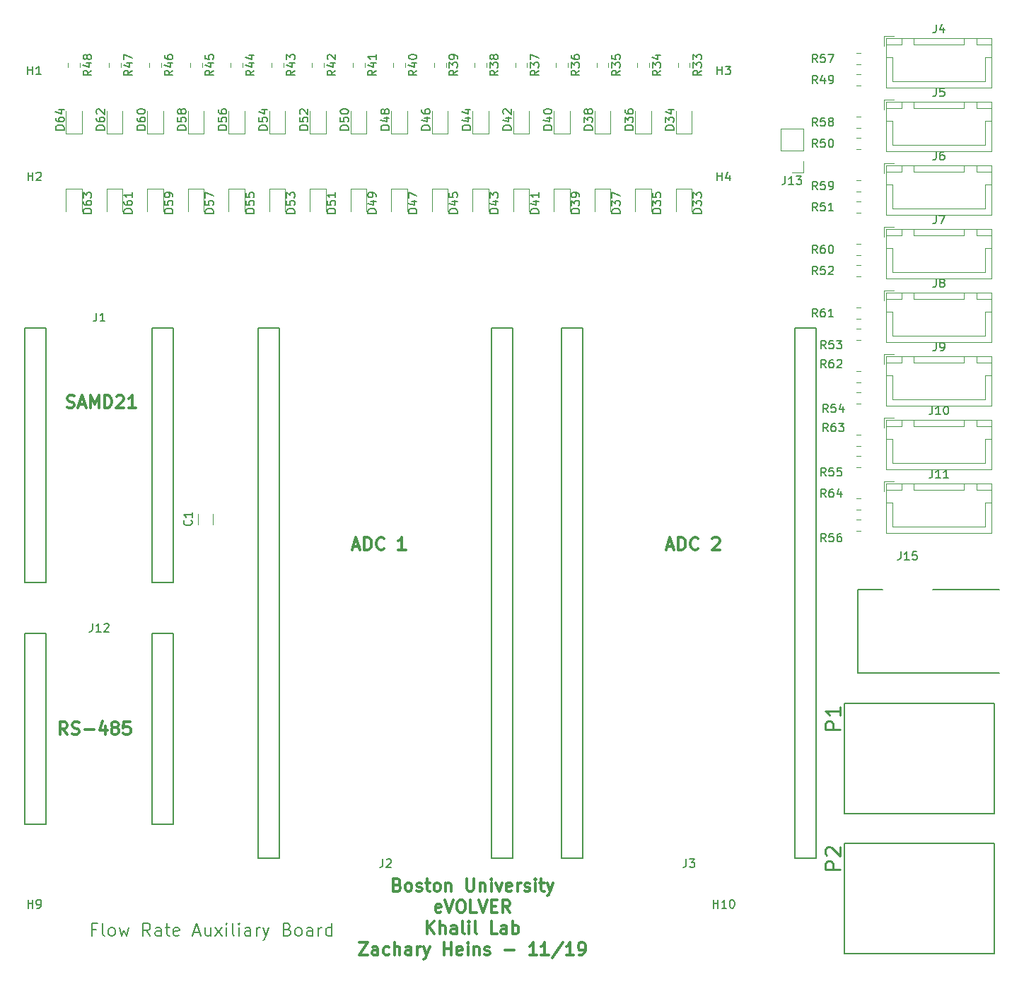
<source format=gbr>
G04 #@! TF.GenerationSoftware,KiCad,Pcbnew,(5.1.2-1)-1*
G04 #@! TF.CreationDate,2019-11-07T15:24:45-05:00*
G04 #@! TF.ProjectId,flow_rate,666c6f77-5f72-4617-9465-2e6b69636164,rev?*
G04 #@! TF.SameCoordinates,Original*
G04 #@! TF.FileFunction,Legend,Top*
G04 #@! TF.FilePolarity,Positive*
%FSLAX46Y46*%
G04 Gerber Fmt 4.6, Leading zero omitted, Abs format (unit mm)*
G04 Created by KiCad (PCBNEW (5.1.2-1)-1) date 2019-11-07 15:24:45*
%MOMM*%
%LPD*%
G04 APERTURE LIST*
%ADD10C,0.300000*%
%ADD11C,0.150000*%
%ADD12C,0.120000*%
%ADD13C,0.215900*%
G04 APERTURE END LIST*
D10*
X187865142Y-87626000D02*
X188579428Y-87626000D01*
X187722285Y-88054571D02*
X188222285Y-86554571D01*
X188722285Y-88054571D01*
X189222285Y-88054571D02*
X189222285Y-86554571D01*
X189579428Y-86554571D01*
X189793714Y-86626000D01*
X189936571Y-86768857D01*
X190008000Y-86911714D01*
X190079428Y-87197428D01*
X190079428Y-87411714D01*
X190008000Y-87697428D01*
X189936571Y-87840285D01*
X189793714Y-87983142D01*
X189579428Y-88054571D01*
X189222285Y-88054571D01*
X191579428Y-87911714D02*
X191508000Y-87983142D01*
X191293714Y-88054571D01*
X191150857Y-88054571D01*
X190936571Y-87983142D01*
X190793714Y-87840285D01*
X190722285Y-87697428D01*
X190650857Y-87411714D01*
X190650857Y-87197428D01*
X190722285Y-86911714D01*
X190793714Y-86768857D01*
X190936571Y-86626000D01*
X191150857Y-86554571D01*
X191293714Y-86554571D01*
X191508000Y-86626000D01*
X191579428Y-86697428D01*
X193293714Y-86697428D02*
X193365142Y-86626000D01*
X193508000Y-86554571D01*
X193865142Y-86554571D01*
X194008000Y-86626000D01*
X194079428Y-86697428D01*
X194150857Y-86840285D01*
X194150857Y-86983142D01*
X194079428Y-87197428D01*
X193222285Y-88054571D01*
X194150857Y-88054571D01*
X150273142Y-87626000D02*
X150987428Y-87626000D01*
X150130285Y-88054571D02*
X150630285Y-86554571D01*
X151130285Y-88054571D01*
X151630285Y-88054571D02*
X151630285Y-86554571D01*
X151987428Y-86554571D01*
X152201714Y-86626000D01*
X152344571Y-86768857D01*
X152416000Y-86911714D01*
X152487428Y-87197428D01*
X152487428Y-87411714D01*
X152416000Y-87697428D01*
X152344571Y-87840285D01*
X152201714Y-87983142D01*
X151987428Y-88054571D01*
X151630285Y-88054571D01*
X153987428Y-87911714D02*
X153916000Y-87983142D01*
X153701714Y-88054571D01*
X153558857Y-88054571D01*
X153344571Y-87983142D01*
X153201714Y-87840285D01*
X153130285Y-87697428D01*
X153058857Y-87411714D01*
X153058857Y-87197428D01*
X153130285Y-86911714D01*
X153201714Y-86768857D01*
X153344571Y-86626000D01*
X153558857Y-86554571D01*
X153701714Y-86554571D01*
X153916000Y-86626000D01*
X153987428Y-86697428D01*
X156558857Y-88054571D02*
X155701714Y-88054571D01*
X156130285Y-88054571D02*
X156130285Y-86554571D01*
X155987428Y-86768857D01*
X155844571Y-86911714D01*
X155701714Y-86983142D01*
X116034857Y-70965142D02*
X116249142Y-71036571D01*
X116606285Y-71036571D01*
X116749142Y-70965142D01*
X116820571Y-70893714D01*
X116892000Y-70750857D01*
X116892000Y-70608000D01*
X116820571Y-70465142D01*
X116749142Y-70393714D01*
X116606285Y-70322285D01*
X116320571Y-70250857D01*
X116177714Y-70179428D01*
X116106285Y-70108000D01*
X116034857Y-69965142D01*
X116034857Y-69822285D01*
X116106285Y-69679428D01*
X116177714Y-69608000D01*
X116320571Y-69536571D01*
X116677714Y-69536571D01*
X116892000Y-69608000D01*
X117463428Y-70608000D02*
X118177714Y-70608000D01*
X117320571Y-71036571D02*
X117820571Y-69536571D01*
X118320571Y-71036571D01*
X118820571Y-71036571D02*
X118820571Y-69536571D01*
X119320571Y-70608000D01*
X119820571Y-69536571D01*
X119820571Y-71036571D01*
X120534857Y-71036571D02*
X120534857Y-69536571D01*
X120892000Y-69536571D01*
X121106285Y-69608000D01*
X121249142Y-69750857D01*
X121320571Y-69893714D01*
X121392000Y-70179428D01*
X121392000Y-70393714D01*
X121320571Y-70679428D01*
X121249142Y-70822285D01*
X121106285Y-70965142D01*
X120892000Y-71036571D01*
X120534857Y-71036571D01*
X121963428Y-69679428D02*
X122034857Y-69608000D01*
X122177714Y-69536571D01*
X122534857Y-69536571D01*
X122677714Y-69608000D01*
X122749142Y-69679428D01*
X122820571Y-69822285D01*
X122820571Y-69965142D01*
X122749142Y-70179428D01*
X121892000Y-71036571D01*
X122820571Y-71036571D01*
X124249142Y-71036571D02*
X123392000Y-71036571D01*
X123820571Y-71036571D02*
X123820571Y-69536571D01*
X123677714Y-69750857D01*
X123534857Y-69893714D01*
X123392000Y-69965142D01*
D11*
X119492857Y-133496857D02*
X118992857Y-133496857D01*
X118992857Y-134282571D02*
X118992857Y-132782571D01*
X119707142Y-132782571D01*
X120492857Y-134282571D02*
X120350000Y-134211142D01*
X120278571Y-134068285D01*
X120278571Y-132782571D01*
X121278571Y-134282571D02*
X121135714Y-134211142D01*
X121064285Y-134139714D01*
X120992857Y-133996857D01*
X120992857Y-133568285D01*
X121064285Y-133425428D01*
X121135714Y-133354000D01*
X121278571Y-133282571D01*
X121492857Y-133282571D01*
X121635714Y-133354000D01*
X121707142Y-133425428D01*
X121778571Y-133568285D01*
X121778571Y-133996857D01*
X121707142Y-134139714D01*
X121635714Y-134211142D01*
X121492857Y-134282571D01*
X121278571Y-134282571D01*
X122278571Y-133282571D02*
X122564285Y-134282571D01*
X122850000Y-133568285D01*
X123135714Y-134282571D01*
X123421428Y-133282571D01*
X125992857Y-134282571D02*
X125492857Y-133568285D01*
X125135714Y-134282571D02*
X125135714Y-132782571D01*
X125707142Y-132782571D01*
X125850000Y-132854000D01*
X125921428Y-132925428D01*
X125992857Y-133068285D01*
X125992857Y-133282571D01*
X125921428Y-133425428D01*
X125850000Y-133496857D01*
X125707142Y-133568285D01*
X125135714Y-133568285D01*
X127278571Y-134282571D02*
X127278571Y-133496857D01*
X127207142Y-133354000D01*
X127064285Y-133282571D01*
X126778571Y-133282571D01*
X126635714Y-133354000D01*
X127278571Y-134211142D02*
X127135714Y-134282571D01*
X126778571Y-134282571D01*
X126635714Y-134211142D01*
X126564285Y-134068285D01*
X126564285Y-133925428D01*
X126635714Y-133782571D01*
X126778571Y-133711142D01*
X127135714Y-133711142D01*
X127278571Y-133639714D01*
X127778571Y-133282571D02*
X128350000Y-133282571D01*
X127992857Y-132782571D02*
X127992857Y-134068285D01*
X128064285Y-134211142D01*
X128207142Y-134282571D01*
X128350000Y-134282571D01*
X129421428Y-134211142D02*
X129278571Y-134282571D01*
X128992857Y-134282571D01*
X128850000Y-134211142D01*
X128778571Y-134068285D01*
X128778571Y-133496857D01*
X128850000Y-133354000D01*
X128992857Y-133282571D01*
X129278571Y-133282571D01*
X129421428Y-133354000D01*
X129492857Y-133496857D01*
X129492857Y-133639714D01*
X128778571Y-133782571D01*
X131207142Y-133854000D02*
X131921428Y-133854000D01*
X131064285Y-134282571D02*
X131564285Y-132782571D01*
X132064285Y-134282571D01*
X133207142Y-133282571D02*
X133207142Y-134282571D01*
X132564285Y-133282571D02*
X132564285Y-134068285D01*
X132635714Y-134211142D01*
X132778571Y-134282571D01*
X132992857Y-134282571D01*
X133135714Y-134211142D01*
X133207142Y-134139714D01*
X133778571Y-134282571D02*
X134564285Y-133282571D01*
X133778571Y-133282571D02*
X134564285Y-134282571D01*
X135135714Y-134282571D02*
X135135714Y-133282571D01*
X135135714Y-132782571D02*
X135064285Y-132854000D01*
X135135714Y-132925428D01*
X135207142Y-132854000D01*
X135135714Y-132782571D01*
X135135714Y-132925428D01*
X136064285Y-134282571D02*
X135921428Y-134211142D01*
X135850000Y-134068285D01*
X135850000Y-132782571D01*
X136635714Y-134282571D02*
X136635714Y-133282571D01*
X136635714Y-132782571D02*
X136564285Y-132854000D01*
X136635714Y-132925428D01*
X136707142Y-132854000D01*
X136635714Y-132782571D01*
X136635714Y-132925428D01*
X137992857Y-134282571D02*
X137992857Y-133496857D01*
X137921428Y-133354000D01*
X137778571Y-133282571D01*
X137492857Y-133282571D01*
X137350000Y-133354000D01*
X137992857Y-134211142D02*
X137850000Y-134282571D01*
X137492857Y-134282571D01*
X137350000Y-134211142D01*
X137278571Y-134068285D01*
X137278571Y-133925428D01*
X137350000Y-133782571D01*
X137492857Y-133711142D01*
X137850000Y-133711142D01*
X137992857Y-133639714D01*
X138707142Y-134282571D02*
X138707142Y-133282571D01*
X138707142Y-133568285D02*
X138778571Y-133425428D01*
X138850000Y-133354000D01*
X138992857Y-133282571D01*
X139135714Y-133282571D01*
X139492857Y-133282571D02*
X139850000Y-134282571D01*
X140207142Y-133282571D02*
X139850000Y-134282571D01*
X139707142Y-134639714D01*
X139635714Y-134711142D01*
X139492857Y-134782571D01*
X142421428Y-133496857D02*
X142635714Y-133568285D01*
X142707142Y-133639714D01*
X142778571Y-133782571D01*
X142778571Y-133996857D01*
X142707142Y-134139714D01*
X142635714Y-134211142D01*
X142492857Y-134282571D01*
X141921428Y-134282571D01*
X141921428Y-132782571D01*
X142421428Y-132782571D01*
X142564285Y-132854000D01*
X142635714Y-132925428D01*
X142707142Y-133068285D01*
X142707142Y-133211142D01*
X142635714Y-133354000D01*
X142564285Y-133425428D01*
X142421428Y-133496857D01*
X141921428Y-133496857D01*
X143635714Y-134282571D02*
X143492857Y-134211142D01*
X143421428Y-134139714D01*
X143350000Y-133996857D01*
X143350000Y-133568285D01*
X143421428Y-133425428D01*
X143492857Y-133354000D01*
X143635714Y-133282571D01*
X143850000Y-133282571D01*
X143992857Y-133354000D01*
X144064285Y-133425428D01*
X144135714Y-133568285D01*
X144135714Y-133996857D01*
X144064285Y-134139714D01*
X143992857Y-134211142D01*
X143850000Y-134282571D01*
X143635714Y-134282571D01*
X145421428Y-134282571D02*
X145421428Y-133496857D01*
X145350000Y-133354000D01*
X145207142Y-133282571D01*
X144921428Y-133282571D01*
X144778571Y-133354000D01*
X145421428Y-134211142D02*
X145278571Y-134282571D01*
X144921428Y-134282571D01*
X144778571Y-134211142D01*
X144707142Y-134068285D01*
X144707142Y-133925428D01*
X144778571Y-133782571D01*
X144921428Y-133711142D01*
X145278571Y-133711142D01*
X145421428Y-133639714D01*
X146135714Y-134282571D02*
X146135714Y-133282571D01*
X146135714Y-133568285D02*
X146207142Y-133425428D01*
X146278571Y-133354000D01*
X146421428Y-133282571D01*
X146564285Y-133282571D01*
X147707142Y-134282571D02*
X147707142Y-132782571D01*
X147707142Y-134211142D02*
X147564285Y-134282571D01*
X147278571Y-134282571D01*
X147135714Y-134211142D01*
X147064285Y-134139714D01*
X146992857Y-133996857D01*
X146992857Y-133568285D01*
X147064285Y-133425428D01*
X147135714Y-133354000D01*
X147278571Y-133282571D01*
X147564285Y-133282571D01*
X147707142Y-133354000D01*
D10*
X116058571Y-110152571D02*
X115558571Y-109438285D01*
X115201428Y-110152571D02*
X115201428Y-108652571D01*
X115772857Y-108652571D01*
X115915714Y-108724000D01*
X115987142Y-108795428D01*
X116058571Y-108938285D01*
X116058571Y-109152571D01*
X115987142Y-109295428D01*
X115915714Y-109366857D01*
X115772857Y-109438285D01*
X115201428Y-109438285D01*
X116630000Y-110081142D02*
X116844285Y-110152571D01*
X117201428Y-110152571D01*
X117344285Y-110081142D01*
X117415714Y-110009714D01*
X117487142Y-109866857D01*
X117487142Y-109724000D01*
X117415714Y-109581142D01*
X117344285Y-109509714D01*
X117201428Y-109438285D01*
X116915714Y-109366857D01*
X116772857Y-109295428D01*
X116701428Y-109224000D01*
X116630000Y-109081142D01*
X116630000Y-108938285D01*
X116701428Y-108795428D01*
X116772857Y-108724000D01*
X116915714Y-108652571D01*
X117272857Y-108652571D01*
X117487142Y-108724000D01*
X118130000Y-109581142D02*
X119272857Y-109581142D01*
X120630000Y-109152571D02*
X120630000Y-110152571D01*
X120272857Y-108581142D02*
X119915714Y-109652571D01*
X120844285Y-109652571D01*
X121630000Y-109295428D02*
X121487142Y-109224000D01*
X121415714Y-109152571D01*
X121344285Y-109009714D01*
X121344285Y-108938285D01*
X121415714Y-108795428D01*
X121487142Y-108724000D01*
X121630000Y-108652571D01*
X121915714Y-108652571D01*
X122058571Y-108724000D01*
X122130000Y-108795428D01*
X122201428Y-108938285D01*
X122201428Y-109009714D01*
X122130000Y-109152571D01*
X122058571Y-109224000D01*
X121915714Y-109295428D01*
X121630000Y-109295428D01*
X121487142Y-109366857D01*
X121415714Y-109438285D01*
X121344285Y-109581142D01*
X121344285Y-109866857D01*
X121415714Y-110009714D01*
X121487142Y-110081142D01*
X121630000Y-110152571D01*
X121915714Y-110152571D01*
X122058571Y-110081142D01*
X122130000Y-110009714D01*
X122201428Y-109866857D01*
X122201428Y-109581142D01*
X122130000Y-109438285D01*
X122058571Y-109366857D01*
X121915714Y-109295428D01*
X123558571Y-108652571D02*
X122844285Y-108652571D01*
X122772857Y-109366857D01*
X122844285Y-109295428D01*
X122987142Y-109224000D01*
X123344285Y-109224000D01*
X123487142Y-109295428D01*
X123558571Y-109366857D01*
X123630000Y-109509714D01*
X123630000Y-109866857D01*
X123558571Y-110009714D01*
X123487142Y-110081142D01*
X123344285Y-110152571D01*
X122987142Y-110152571D01*
X122844285Y-110081142D01*
X122772857Y-110009714D01*
X155592000Y-128147857D02*
X155806285Y-128219285D01*
X155877714Y-128290714D01*
X155949142Y-128433571D01*
X155949142Y-128647857D01*
X155877714Y-128790714D01*
X155806285Y-128862142D01*
X155663428Y-128933571D01*
X155092000Y-128933571D01*
X155092000Y-127433571D01*
X155592000Y-127433571D01*
X155734857Y-127505000D01*
X155806285Y-127576428D01*
X155877714Y-127719285D01*
X155877714Y-127862142D01*
X155806285Y-128005000D01*
X155734857Y-128076428D01*
X155592000Y-128147857D01*
X155092000Y-128147857D01*
X156806285Y-128933571D02*
X156663428Y-128862142D01*
X156592000Y-128790714D01*
X156520571Y-128647857D01*
X156520571Y-128219285D01*
X156592000Y-128076428D01*
X156663428Y-128005000D01*
X156806285Y-127933571D01*
X157020571Y-127933571D01*
X157163428Y-128005000D01*
X157234857Y-128076428D01*
X157306285Y-128219285D01*
X157306285Y-128647857D01*
X157234857Y-128790714D01*
X157163428Y-128862142D01*
X157020571Y-128933571D01*
X156806285Y-128933571D01*
X157877714Y-128862142D02*
X158020571Y-128933571D01*
X158306285Y-128933571D01*
X158449142Y-128862142D01*
X158520571Y-128719285D01*
X158520571Y-128647857D01*
X158449142Y-128505000D01*
X158306285Y-128433571D01*
X158092000Y-128433571D01*
X157949142Y-128362142D01*
X157877714Y-128219285D01*
X157877714Y-128147857D01*
X157949142Y-128005000D01*
X158092000Y-127933571D01*
X158306285Y-127933571D01*
X158449142Y-128005000D01*
X158949142Y-127933571D02*
X159520571Y-127933571D01*
X159163428Y-127433571D02*
X159163428Y-128719285D01*
X159234857Y-128862142D01*
X159377714Y-128933571D01*
X159520571Y-128933571D01*
X160234857Y-128933571D02*
X160092000Y-128862142D01*
X160020571Y-128790714D01*
X159949142Y-128647857D01*
X159949142Y-128219285D01*
X160020571Y-128076428D01*
X160092000Y-128005000D01*
X160234857Y-127933571D01*
X160449142Y-127933571D01*
X160592000Y-128005000D01*
X160663428Y-128076428D01*
X160734857Y-128219285D01*
X160734857Y-128647857D01*
X160663428Y-128790714D01*
X160592000Y-128862142D01*
X160449142Y-128933571D01*
X160234857Y-128933571D01*
X161377714Y-127933571D02*
X161377714Y-128933571D01*
X161377714Y-128076428D02*
X161449142Y-128005000D01*
X161592000Y-127933571D01*
X161806285Y-127933571D01*
X161949142Y-128005000D01*
X162020571Y-128147857D01*
X162020571Y-128933571D01*
X163877714Y-127433571D02*
X163877714Y-128647857D01*
X163949142Y-128790714D01*
X164020571Y-128862142D01*
X164163428Y-128933571D01*
X164449142Y-128933571D01*
X164592000Y-128862142D01*
X164663428Y-128790714D01*
X164734857Y-128647857D01*
X164734857Y-127433571D01*
X165449142Y-127933571D02*
X165449142Y-128933571D01*
X165449142Y-128076428D02*
X165520571Y-128005000D01*
X165663428Y-127933571D01*
X165877714Y-127933571D01*
X166020571Y-128005000D01*
X166092000Y-128147857D01*
X166092000Y-128933571D01*
X166806285Y-128933571D02*
X166806285Y-127933571D01*
X166806285Y-127433571D02*
X166734857Y-127505000D01*
X166806285Y-127576428D01*
X166877714Y-127505000D01*
X166806285Y-127433571D01*
X166806285Y-127576428D01*
X167377714Y-127933571D02*
X167734857Y-128933571D01*
X168092000Y-127933571D01*
X169234857Y-128862142D02*
X169092000Y-128933571D01*
X168806285Y-128933571D01*
X168663428Y-128862142D01*
X168592000Y-128719285D01*
X168592000Y-128147857D01*
X168663428Y-128005000D01*
X168806285Y-127933571D01*
X169092000Y-127933571D01*
X169234857Y-128005000D01*
X169306285Y-128147857D01*
X169306285Y-128290714D01*
X168592000Y-128433571D01*
X169949142Y-128933571D02*
X169949142Y-127933571D01*
X169949142Y-128219285D02*
X170020571Y-128076428D01*
X170092000Y-128005000D01*
X170234857Y-127933571D01*
X170377714Y-127933571D01*
X170806285Y-128862142D02*
X170949142Y-128933571D01*
X171234857Y-128933571D01*
X171377714Y-128862142D01*
X171449142Y-128719285D01*
X171449142Y-128647857D01*
X171377714Y-128505000D01*
X171234857Y-128433571D01*
X171020571Y-128433571D01*
X170877714Y-128362142D01*
X170806285Y-128219285D01*
X170806285Y-128147857D01*
X170877714Y-128005000D01*
X171020571Y-127933571D01*
X171234857Y-127933571D01*
X171377714Y-128005000D01*
X172092000Y-128933571D02*
X172092000Y-127933571D01*
X172092000Y-127433571D02*
X172020571Y-127505000D01*
X172092000Y-127576428D01*
X172163428Y-127505000D01*
X172092000Y-127433571D01*
X172092000Y-127576428D01*
X172592000Y-127933571D02*
X173163428Y-127933571D01*
X172806285Y-127433571D02*
X172806285Y-128719285D01*
X172877714Y-128862142D01*
X173020571Y-128933571D01*
X173163428Y-128933571D01*
X173520571Y-127933571D02*
X173877714Y-128933571D01*
X174234857Y-127933571D02*
X173877714Y-128933571D01*
X173734857Y-129290714D01*
X173663428Y-129362142D01*
X173520571Y-129433571D01*
X160770571Y-131412142D02*
X160627714Y-131483571D01*
X160342000Y-131483571D01*
X160199142Y-131412142D01*
X160127714Y-131269285D01*
X160127714Y-130697857D01*
X160199142Y-130555000D01*
X160342000Y-130483571D01*
X160627714Y-130483571D01*
X160770571Y-130555000D01*
X160842000Y-130697857D01*
X160842000Y-130840714D01*
X160127714Y-130983571D01*
X161270571Y-129983571D02*
X161770571Y-131483571D01*
X162270571Y-129983571D01*
X163056285Y-129983571D02*
X163342000Y-129983571D01*
X163484857Y-130055000D01*
X163627714Y-130197857D01*
X163699142Y-130483571D01*
X163699142Y-130983571D01*
X163627714Y-131269285D01*
X163484857Y-131412142D01*
X163342000Y-131483571D01*
X163056285Y-131483571D01*
X162913428Y-131412142D01*
X162770571Y-131269285D01*
X162699142Y-130983571D01*
X162699142Y-130483571D01*
X162770571Y-130197857D01*
X162913428Y-130055000D01*
X163056285Y-129983571D01*
X165056285Y-131483571D02*
X164342000Y-131483571D01*
X164342000Y-129983571D01*
X165342000Y-129983571D02*
X165842000Y-131483571D01*
X166342000Y-129983571D01*
X166842000Y-130697857D02*
X167342000Y-130697857D01*
X167556285Y-131483571D02*
X166842000Y-131483571D01*
X166842000Y-129983571D01*
X167556285Y-129983571D01*
X169056285Y-131483571D02*
X168556285Y-130769285D01*
X168199142Y-131483571D02*
X168199142Y-129983571D01*
X168770571Y-129983571D01*
X168913428Y-130055000D01*
X168984857Y-130126428D01*
X169056285Y-130269285D01*
X169056285Y-130483571D01*
X168984857Y-130626428D01*
X168913428Y-130697857D01*
X168770571Y-130769285D01*
X168199142Y-130769285D01*
X159163428Y-134033571D02*
X159163428Y-132533571D01*
X160020571Y-134033571D02*
X159377714Y-133176428D01*
X160020571Y-132533571D02*
X159163428Y-133390714D01*
X160663428Y-134033571D02*
X160663428Y-132533571D01*
X161306285Y-134033571D02*
X161306285Y-133247857D01*
X161234857Y-133105000D01*
X161092000Y-133033571D01*
X160877714Y-133033571D01*
X160734857Y-133105000D01*
X160663428Y-133176428D01*
X162663428Y-134033571D02*
X162663428Y-133247857D01*
X162592000Y-133105000D01*
X162449142Y-133033571D01*
X162163428Y-133033571D01*
X162020571Y-133105000D01*
X162663428Y-133962142D02*
X162520571Y-134033571D01*
X162163428Y-134033571D01*
X162020571Y-133962142D01*
X161949142Y-133819285D01*
X161949142Y-133676428D01*
X162020571Y-133533571D01*
X162163428Y-133462142D01*
X162520571Y-133462142D01*
X162663428Y-133390714D01*
X163592000Y-134033571D02*
X163449142Y-133962142D01*
X163377714Y-133819285D01*
X163377714Y-132533571D01*
X164163428Y-134033571D02*
X164163428Y-133033571D01*
X164163428Y-132533571D02*
X164092000Y-132605000D01*
X164163428Y-132676428D01*
X164234857Y-132605000D01*
X164163428Y-132533571D01*
X164163428Y-132676428D01*
X165092000Y-134033571D02*
X164949142Y-133962142D01*
X164877714Y-133819285D01*
X164877714Y-132533571D01*
X167520571Y-134033571D02*
X166806285Y-134033571D01*
X166806285Y-132533571D01*
X168663428Y-134033571D02*
X168663428Y-133247857D01*
X168592000Y-133105000D01*
X168449142Y-133033571D01*
X168163428Y-133033571D01*
X168020571Y-133105000D01*
X168663428Y-133962142D02*
X168520571Y-134033571D01*
X168163428Y-134033571D01*
X168020571Y-133962142D01*
X167949142Y-133819285D01*
X167949142Y-133676428D01*
X168020571Y-133533571D01*
X168163428Y-133462142D01*
X168520571Y-133462142D01*
X168663428Y-133390714D01*
X169377714Y-134033571D02*
X169377714Y-132533571D01*
X169377714Y-133105000D02*
X169520571Y-133033571D01*
X169806285Y-133033571D01*
X169949142Y-133105000D01*
X170020571Y-133176428D01*
X170092000Y-133319285D01*
X170092000Y-133747857D01*
X170020571Y-133890714D01*
X169949142Y-133962142D01*
X169806285Y-134033571D01*
X169520571Y-134033571D01*
X169377714Y-133962142D01*
X151020571Y-135083571D02*
X152020571Y-135083571D01*
X151020571Y-136583571D01*
X152020571Y-136583571D01*
X153234857Y-136583571D02*
X153234857Y-135797857D01*
X153163428Y-135655000D01*
X153020571Y-135583571D01*
X152734857Y-135583571D01*
X152592000Y-135655000D01*
X153234857Y-136512142D02*
X153092000Y-136583571D01*
X152734857Y-136583571D01*
X152592000Y-136512142D01*
X152520571Y-136369285D01*
X152520571Y-136226428D01*
X152592000Y-136083571D01*
X152734857Y-136012142D01*
X153092000Y-136012142D01*
X153234857Y-135940714D01*
X154592000Y-136512142D02*
X154449142Y-136583571D01*
X154163428Y-136583571D01*
X154020571Y-136512142D01*
X153949142Y-136440714D01*
X153877714Y-136297857D01*
X153877714Y-135869285D01*
X153949142Y-135726428D01*
X154020571Y-135655000D01*
X154163428Y-135583571D01*
X154449142Y-135583571D01*
X154592000Y-135655000D01*
X155234857Y-136583571D02*
X155234857Y-135083571D01*
X155877714Y-136583571D02*
X155877714Y-135797857D01*
X155806285Y-135655000D01*
X155663428Y-135583571D01*
X155449142Y-135583571D01*
X155306285Y-135655000D01*
X155234857Y-135726428D01*
X157234857Y-136583571D02*
X157234857Y-135797857D01*
X157163428Y-135655000D01*
X157020571Y-135583571D01*
X156734857Y-135583571D01*
X156592000Y-135655000D01*
X157234857Y-136512142D02*
X157092000Y-136583571D01*
X156734857Y-136583571D01*
X156592000Y-136512142D01*
X156520571Y-136369285D01*
X156520571Y-136226428D01*
X156592000Y-136083571D01*
X156734857Y-136012142D01*
X157092000Y-136012142D01*
X157234857Y-135940714D01*
X157949142Y-136583571D02*
X157949142Y-135583571D01*
X157949142Y-135869285D02*
X158020571Y-135726428D01*
X158092000Y-135655000D01*
X158234857Y-135583571D01*
X158377714Y-135583571D01*
X158734857Y-135583571D02*
X159092000Y-136583571D01*
X159449142Y-135583571D02*
X159092000Y-136583571D01*
X158949142Y-136940714D01*
X158877714Y-137012142D01*
X158734857Y-137083571D01*
X161163428Y-136583571D02*
X161163428Y-135083571D01*
X161163428Y-135797857D02*
X162020571Y-135797857D01*
X162020571Y-136583571D02*
X162020571Y-135083571D01*
X163306285Y-136512142D02*
X163163428Y-136583571D01*
X162877714Y-136583571D01*
X162734857Y-136512142D01*
X162663428Y-136369285D01*
X162663428Y-135797857D01*
X162734857Y-135655000D01*
X162877714Y-135583571D01*
X163163428Y-135583571D01*
X163306285Y-135655000D01*
X163377714Y-135797857D01*
X163377714Y-135940714D01*
X162663428Y-136083571D01*
X164020571Y-136583571D02*
X164020571Y-135583571D01*
X164020571Y-135083571D02*
X163949142Y-135155000D01*
X164020571Y-135226428D01*
X164092000Y-135155000D01*
X164020571Y-135083571D01*
X164020571Y-135226428D01*
X164734857Y-135583571D02*
X164734857Y-136583571D01*
X164734857Y-135726428D02*
X164806285Y-135655000D01*
X164949142Y-135583571D01*
X165163428Y-135583571D01*
X165306285Y-135655000D01*
X165377714Y-135797857D01*
X165377714Y-136583571D01*
X166020571Y-136512142D02*
X166163428Y-136583571D01*
X166449142Y-136583571D01*
X166592000Y-136512142D01*
X166663428Y-136369285D01*
X166663428Y-136297857D01*
X166592000Y-136155000D01*
X166449142Y-136083571D01*
X166234857Y-136083571D01*
X166092000Y-136012142D01*
X166020571Y-135869285D01*
X166020571Y-135797857D01*
X166092000Y-135655000D01*
X166234857Y-135583571D01*
X166449142Y-135583571D01*
X166592000Y-135655000D01*
X168449142Y-136012142D02*
X169592000Y-136012142D01*
X172234857Y-136583571D02*
X171377714Y-136583571D01*
X171806285Y-136583571D02*
X171806285Y-135083571D01*
X171663428Y-135297857D01*
X171520571Y-135440714D01*
X171377714Y-135512142D01*
X173663428Y-136583571D02*
X172806285Y-136583571D01*
X173234857Y-136583571D02*
X173234857Y-135083571D01*
X173092000Y-135297857D01*
X172949142Y-135440714D01*
X172806285Y-135512142D01*
X175377714Y-135012142D02*
X174092000Y-136940714D01*
X176663428Y-136583571D02*
X175806285Y-136583571D01*
X176234857Y-136583571D02*
X176234857Y-135083571D01*
X176092000Y-135297857D01*
X175949142Y-135440714D01*
X175806285Y-135512142D01*
X177377714Y-136583571D02*
X177663428Y-136583571D01*
X177806285Y-136512142D01*
X177877714Y-136440714D01*
X178020571Y-136226428D01*
X178092000Y-135940714D01*
X178092000Y-135369285D01*
X178020571Y-135226428D01*
X177949142Y-135155000D01*
X177806285Y-135083571D01*
X177520571Y-135083571D01*
X177377714Y-135155000D01*
X177306285Y-135226428D01*
X177234857Y-135369285D01*
X177234857Y-135726428D01*
X177306285Y-135869285D01*
X177377714Y-135940714D01*
X177520571Y-136012142D01*
X177806285Y-136012142D01*
X177949142Y-135940714D01*
X178020571Y-135869285D01*
X178092000Y-135726428D01*
D11*
X113538000Y-120904000D02*
X113538000Y-98044000D01*
X113538000Y-98044000D02*
X110998000Y-98044000D01*
X110998000Y-98044000D02*
X110998000Y-120904000D01*
X110998000Y-120904000D02*
X113538000Y-120904000D01*
X128778000Y-120904000D02*
X128778000Y-98044000D01*
X128778000Y-98044000D02*
X126238000Y-98044000D01*
X126238000Y-98044000D02*
X126238000Y-120904000D01*
X126238000Y-120904000D02*
X128778000Y-120904000D01*
D12*
X188922500Y-44827000D02*
X188922500Y-47512000D01*
X190842500Y-44827000D02*
X188922500Y-44827000D01*
X190842500Y-47512000D02*
X190842500Y-44827000D01*
X188922500Y-35512000D02*
X188922500Y-38197000D01*
X188922500Y-38197000D02*
X190842500Y-38197000D01*
X190842500Y-38197000D02*
X190842500Y-35512000D01*
X185974500Y-47512000D02*
X185974500Y-44827000D01*
X185974500Y-44827000D02*
X184054500Y-44827000D01*
X184054500Y-44827000D02*
X184054500Y-47512000D01*
X185974500Y-38197000D02*
X185974500Y-35512000D01*
X184054500Y-38197000D02*
X185974500Y-38197000D01*
X184054500Y-35512000D02*
X184054500Y-38197000D01*
X179186500Y-44827000D02*
X179186500Y-47512000D01*
X181106500Y-44827000D02*
X179186500Y-44827000D01*
X181106500Y-47512000D02*
X181106500Y-44827000D01*
X179186500Y-35512000D02*
X179186500Y-38197000D01*
X179186500Y-38197000D02*
X181106500Y-38197000D01*
X181106500Y-38197000D02*
X181106500Y-35512000D01*
X176238500Y-47512000D02*
X176238500Y-44827000D01*
X176238500Y-44827000D02*
X174318500Y-44827000D01*
X174318500Y-44827000D02*
X174318500Y-47512000D01*
X176238500Y-38197000D02*
X176238500Y-35512000D01*
X174318500Y-38197000D02*
X176238500Y-38197000D01*
X174318500Y-35512000D02*
X174318500Y-38197000D01*
X169450500Y-44827000D02*
X169450500Y-47512000D01*
X171370500Y-44827000D02*
X169450500Y-44827000D01*
X171370500Y-47512000D02*
X171370500Y-44827000D01*
X169450500Y-35512000D02*
X169450500Y-38197000D01*
X169450500Y-38197000D02*
X171370500Y-38197000D01*
X171370500Y-38197000D02*
X171370500Y-35512000D01*
X166502500Y-47512000D02*
X166502500Y-44827000D01*
X166502500Y-44827000D02*
X164582500Y-44827000D01*
X164582500Y-44827000D02*
X164582500Y-47512000D01*
X166502500Y-38197000D02*
X166502500Y-35512000D01*
X164582500Y-38197000D02*
X166502500Y-38197000D01*
X164582500Y-35512000D02*
X164582500Y-38197000D01*
X159714500Y-44827000D02*
X159714500Y-47512000D01*
X161634500Y-44827000D02*
X159714500Y-44827000D01*
X161634500Y-47512000D02*
X161634500Y-44827000D01*
X159714500Y-35512000D02*
X159714500Y-38197000D01*
X159714500Y-38197000D02*
X161634500Y-38197000D01*
X161634500Y-38197000D02*
X161634500Y-35512000D01*
X156766500Y-47512000D02*
X156766500Y-44827000D01*
X156766500Y-44827000D02*
X154846500Y-44827000D01*
X154846500Y-44827000D02*
X154846500Y-47512000D01*
X156766500Y-38197000D02*
X156766500Y-35512000D01*
X154846500Y-38197000D02*
X156766500Y-38197000D01*
X154846500Y-35512000D02*
X154846500Y-38197000D01*
X149978500Y-44827000D02*
X149978500Y-47512000D01*
X151898500Y-44827000D02*
X149978500Y-44827000D01*
X151898500Y-47512000D02*
X151898500Y-44827000D01*
X149978500Y-35512000D02*
X149978500Y-38197000D01*
X149978500Y-38197000D02*
X151898500Y-38197000D01*
X151898500Y-38197000D02*
X151898500Y-35512000D01*
X147030500Y-47512000D02*
X147030500Y-44827000D01*
X147030500Y-44827000D02*
X145110500Y-44827000D01*
X145110500Y-44827000D02*
X145110500Y-47512000D01*
X147030500Y-38197000D02*
X147030500Y-35512000D01*
X145110500Y-38197000D02*
X147030500Y-38197000D01*
X145110500Y-35512000D02*
X145110500Y-38197000D01*
X140242500Y-44827000D02*
X140242500Y-47512000D01*
X142162500Y-44827000D02*
X140242500Y-44827000D01*
X142162500Y-47512000D02*
X142162500Y-44827000D01*
X140242500Y-35512000D02*
X140242500Y-38197000D01*
X140242500Y-38197000D02*
X142162500Y-38197000D01*
X142162500Y-38197000D02*
X142162500Y-35512000D01*
X137294500Y-47512000D02*
X137294500Y-44827000D01*
X137294500Y-44827000D02*
X135374500Y-44827000D01*
X135374500Y-44827000D02*
X135374500Y-47512000D01*
X137294500Y-38197000D02*
X137294500Y-35512000D01*
X135374500Y-38197000D02*
X137294500Y-38197000D01*
X135374500Y-35512000D02*
X135374500Y-38197000D01*
X130506500Y-44827000D02*
X130506500Y-47512000D01*
X132426500Y-44827000D02*
X130506500Y-44827000D01*
X132426500Y-47512000D02*
X132426500Y-44827000D01*
X130506500Y-35512000D02*
X130506500Y-38197000D01*
X130506500Y-38197000D02*
X132426500Y-38197000D01*
X132426500Y-38197000D02*
X132426500Y-35512000D01*
X127558500Y-47512000D02*
X127558500Y-44827000D01*
X127558500Y-44827000D02*
X125638500Y-44827000D01*
X125638500Y-44827000D02*
X125638500Y-47512000D01*
X127558500Y-38197000D02*
X127558500Y-35512000D01*
X125638500Y-38197000D02*
X127558500Y-38197000D01*
X125638500Y-35512000D02*
X125638500Y-38197000D01*
X120770500Y-44827000D02*
X120770500Y-47512000D01*
X122690500Y-44827000D02*
X120770500Y-44827000D01*
X122690500Y-47512000D02*
X122690500Y-44827000D01*
X120770500Y-35512000D02*
X120770500Y-38197000D01*
X120770500Y-38197000D02*
X122690500Y-38197000D01*
X122690500Y-38197000D02*
X122690500Y-35512000D01*
X117822500Y-47512000D02*
X117822500Y-44827000D01*
X117822500Y-44827000D02*
X115902500Y-44827000D01*
X115902500Y-44827000D02*
X115902500Y-47512000D01*
X117822500Y-38197000D02*
X117822500Y-35512000D01*
X115902500Y-38197000D02*
X117822500Y-38197000D01*
X115902500Y-35512000D02*
X115902500Y-38197000D01*
D11*
X113538000Y-91948000D02*
X110998000Y-91948000D01*
X113538000Y-61468000D02*
X110998000Y-61468000D01*
X110998000Y-66548000D02*
X110998000Y-91948000D01*
X113538000Y-91948000D02*
X113538000Y-66548000D01*
X110998000Y-61468000D02*
X110998000Y-66548000D01*
X113538000Y-66548000D02*
X113538000Y-61468000D01*
X128778000Y-66548000D02*
X128778000Y-61468000D01*
X126238000Y-61468000D02*
X126238000Y-66548000D01*
X128778000Y-91948000D02*
X128778000Y-66548000D01*
X126238000Y-66548000D02*
X126238000Y-91948000D01*
X128778000Y-61468000D02*
X126238000Y-61468000D01*
X128778000Y-91948000D02*
X126238000Y-91948000D01*
X166878000Y-124968000D02*
X169418000Y-124968000D01*
X166878000Y-61468000D02*
X169418000Y-61468000D01*
X169418000Y-124968000D02*
X169418000Y-61468000D01*
X166878000Y-61468000D02*
X166878000Y-124968000D01*
X138938000Y-61468000D02*
X138938000Y-124968000D01*
X141478000Y-124968000D02*
X141478000Y-61468000D01*
X138938000Y-61468000D02*
X141478000Y-61468000D01*
X138938000Y-124968000D02*
X141478000Y-124968000D01*
X175260000Y-124968000D02*
X177800000Y-124968000D01*
X175260000Y-61468000D02*
X177800000Y-61468000D01*
X177800000Y-124968000D02*
X177800000Y-61468000D01*
X175260000Y-61468000D02*
X175260000Y-124968000D01*
X203200000Y-61468000D02*
X203200000Y-124968000D01*
X205740000Y-124968000D02*
X205740000Y-61468000D01*
X203200000Y-61468000D02*
X205740000Y-61468000D01*
X203200000Y-124968000D02*
X205740000Y-124968000D01*
D12*
X214102000Y-26750000D02*
X214102000Y-32720000D01*
X214102000Y-32720000D02*
X226722000Y-32720000D01*
X226722000Y-32720000D02*
X226722000Y-26750000D01*
X226722000Y-26750000D02*
X214102000Y-26750000D01*
X217412000Y-26760000D02*
X217412000Y-27510000D01*
X217412000Y-27510000D02*
X223412000Y-27510000D01*
X223412000Y-27510000D02*
X223412000Y-26760000D01*
X223412000Y-26760000D02*
X217412000Y-26760000D01*
X214112000Y-26760000D02*
X214112000Y-27510000D01*
X214112000Y-27510000D02*
X215912000Y-27510000D01*
X215912000Y-27510000D02*
X215912000Y-26760000D01*
X215912000Y-26760000D02*
X214112000Y-26760000D01*
X224912000Y-26760000D02*
X224912000Y-27510000D01*
X224912000Y-27510000D02*
X226712000Y-27510000D01*
X226712000Y-27510000D02*
X226712000Y-26760000D01*
X226712000Y-26760000D02*
X224912000Y-26760000D01*
X214112000Y-29010000D02*
X214862000Y-29010000D01*
X214862000Y-29010000D02*
X214862000Y-31960000D01*
X214862000Y-31960000D02*
X220412000Y-31960000D01*
X226712000Y-29010000D02*
X225962000Y-29010000D01*
X225962000Y-29010000D02*
X225962000Y-31960000D01*
X225962000Y-31960000D02*
X220412000Y-31960000D01*
X215062000Y-26460000D02*
X213812000Y-26460000D01*
X213812000Y-26460000D02*
X213812000Y-27710000D01*
X213812000Y-34080000D02*
X213812000Y-35330000D01*
X215062000Y-34080000D02*
X213812000Y-34080000D01*
X225962000Y-39580000D02*
X220412000Y-39580000D01*
X225962000Y-36630000D02*
X225962000Y-39580000D01*
X226712000Y-36630000D02*
X225962000Y-36630000D01*
X214862000Y-39580000D02*
X220412000Y-39580000D01*
X214862000Y-36630000D02*
X214862000Y-39580000D01*
X214112000Y-36630000D02*
X214862000Y-36630000D01*
X226712000Y-34380000D02*
X224912000Y-34380000D01*
X226712000Y-35130000D02*
X226712000Y-34380000D01*
X224912000Y-35130000D02*
X226712000Y-35130000D01*
X224912000Y-34380000D02*
X224912000Y-35130000D01*
X215912000Y-34380000D02*
X214112000Y-34380000D01*
X215912000Y-35130000D02*
X215912000Y-34380000D01*
X214112000Y-35130000D02*
X215912000Y-35130000D01*
X214112000Y-34380000D02*
X214112000Y-35130000D01*
X223412000Y-34380000D02*
X217412000Y-34380000D01*
X223412000Y-35130000D02*
X223412000Y-34380000D01*
X217412000Y-35130000D02*
X223412000Y-35130000D01*
X217412000Y-34380000D02*
X217412000Y-35130000D01*
X226722000Y-34370000D02*
X214102000Y-34370000D01*
X226722000Y-40340000D02*
X226722000Y-34370000D01*
X214102000Y-40340000D02*
X226722000Y-40340000D01*
X214102000Y-34370000D02*
X214102000Y-40340000D01*
X214102000Y-41990000D02*
X214102000Y-47960000D01*
X214102000Y-47960000D02*
X226722000Y-47960000D01*
X226722000Y-47960000D02*
X226722000Y-41990000D01*
X226722000Y-41990000D02*
X214102000Y-41990000D01*
X217412000Y-42000000D02*
X217412000Y-42750000D01*
X217412000Y-42750000D02*
X223412000Y-42750000D01*
X223412000Y-42750000D02*
X223412000Y-42000000D01*
X223412000Y-42000000D02*
X217412000Y-42000000D01*
X214112000Y-42000000D02*
X214112000Y-42750000D01*
X214112000Y-42750000D02*
X215912000Y-42750000D01*
X215912000Y-42750000D02*
X215912000Y-42000000D01*
X215912000Y-42000000D02*
X214112000Y-42000000D01*
X224912000Y-42000000D02*
X224912000Y-42750000D01*
X224912000Y-42750000D02*
X226712000Y-42750000D01*
X226712000Y-42750000D02*
X226712000Y-42000000D01*
X226712000Y-42000000D02*
X224912000Y-42000000D01*
X214112000Y-44250000D02*
X214862000Y-44250000D01*
X214862000Y-44250000D02*
X214862000Y-47200000D01*
X214862000Y-47200000D02*
X220412000Y-47200000D01*
X226712000Y-44250000D02*
X225962000Y-44250000D01*
X225962000Y-44250000D02*
X225962000Y-47200000D01*
X225962000Y-47200000D02*
X220412000Y-47200000D01*
X215062000Y-41700000D02*
X213812000Y-41700000D01*
X213812000Y-41700000D02*
X213812000Y-42950000D01*
X213812000Y-49320000D02*
X213812000Y-50570000D01*
X215062000Y-49320000D02*
X213812000Y-49320000D01*
X225962000Y-54820000D02*
X220412000Y-54820000D01*
X225962000Y-51870000D02*
X225962000Y-54820000D01*
X226712000Y-51870000D02*
X225962000Y-51870000D01*
X214862000Y-54820000D02*
X220412000Y-54820000D01*
X214862000Y-51870000D02*
X214862000Y-54820000D01*
X214112000Y-51870000D02*
X214862000Y-51870000D01*
X226712000Y-49620000D02*
X224912000Y-49620000D01*
X226712000Y-50370000D02*
X226712000Y-49620000D01*
X224912000Y-50370000D02*
X226712000Y-50370000D01*
X224912000Y-49620000D02*
X224912000Y-50370000D01*
X215912000Y-49620000D02*
X214112000Y-49620000D01*
X215912000Y-50370000D02*
X215912000Y-49620000D01*
X214112000Y-50370000D02*
X215912000Y-50370000D01*
X214112000Y-49620000D02*
X214112000Y-50370000D01*
X223412000Y-49620000D02*
X217412000Y-49620000D01*
X223412000Y-50370000D02*
X223412000Y-49620000D01*
X217412000Y-50370000D02*
X223412000Y-50370000D01*
X217412000Y-49620000D02*
X217412000Y-50370000D01*
X226722000Y-49610000D02*
X214102000Y-49610000D01*
X226722000Y-55580000D02*
X226722000Y-49610000D01*
X214102000Y-55580000D02*
X226722000Y-55580000D01*
X214102000Y-49610000D02*
X214102000Y-55580000D01*
X214102000Y-57230000D02*
X214102000Y-63200000D01*
X214102000Y-63200000D02*
X226722000Y-63200000D01*
X226722000Y-63200000D02*
X226722000Y-57230000D01*
X226722000Y-57230000D02*
X214102000Y-57230000D01*
X217412000Y-57240000D02*
X217412000Y-57990000D01*
X217412000Y-57990000D02*
X223412000Y-57990000D01*
X223412000Y-57990000D02*
X223412000Y-57240000D01*
X223412000Y-57240000D02*
X217412000Y-57240000D01*
X214112000Y-57240000D02*
X214112000Y-57990000D01*
X214112000Y-57990000D02*
X215912000Y-57990000D01*
X215912000Y-57990000D02*
X215912000Y-57240000D01*
X215912000Y-57240000D02*
X214112000Y-57240000D01*
X224912000Y-57240000D02*
X224912000Y-57990000D01*
X224912000Y-57990000D02*
X226712000Y-57990000D01*
X226712000Y-57990000D02*
X226712000Y-57240000D01*
X226712000Y-57240000D02*
X224912000Y-57240000D01*
X214112000Y-59490000D02*
X214862000Y-59490000D01*
X214862000Y-59490000D02*
X214862000Y-62440000D01*
X214862000Y-62440000D02*
X220412000Y-62440000D01*
X226712000Y-59490000D02*
X225962000Y-59490000D01*
X225962000Y-59490000D02*
X225962000Y-62440000D01*
X225962000Y-62440000D02*
X220412000Y-62440000D01*
X215062000Y-56940000D02*
X213812000Y-56940000D01*
X213812000Y-56940000D02*
X213812000Y-58190000D01*
X213812000Y-64560000D02*
X213812000Y-65810000D01*
X215062000Y-64560000D02*
X213812000Y-64560000D01*
X225962000Y-70060000D02*
X220412000Y-70060000D01*
X225962000Y-67110000D02*
X225962000Y-70060000D01*
X226712000Y-67110000D02*
X225962000Y-67110000D01*
X214862000Y-70060000D02*
X220412000Y-70060000D01*
X214862000Y-67110000D02*
X214862000Y-70060000D01*
X214112000Y-67110000D02*
X214862000Y-67110000D01*
X226712000Y-64860000D02*
X224912000Y-64860000D01*
X226712000Y-65610000D02*
X226712000Y-64860000D01*
X224912000Y-65610000D02*
X226712000Y-65610000D01*
X224912000Y-64860000D02*
X224912000Y-65610000D01*
X215912000Y-64860000D02*
X214112000Y-64860000D01*
X215912000Y-65610000D02*
X215912000Y-64860000D01*
X214112000Y-65610000D02*
X215912000Y-65610000D01*
X214112000Y-64860000D02*
X214112000Y-65610000D01*
X223412000Y-64860000D02*
X217412000Y-64860000D01*
X223412000Y-65610000D02*
X223412000Y-64860000D01*
X217412000Y-65610000D02*
X223412000Y-65610000D01*
X217412000Y-64860000D02*
X217412000Y-65610000D01*
X226722000Y-64850000D02*
X214102000Y-64850000D01*
X226722000Y-70820000D02*
X226722000Y-64850000D01*
X214102000Y-70820000D02*
X226722000Y-70820000D01*
X214102000Y-64850000D02*
X214102000Y-70820000D01*
X214102000Y-72470000D02*
X214102000Y-78440000D01*
X214102000Y-78440000D02*
X226722000Y-78440000D01*
X226722000Y-78440000D02*
X226722000Y-72470000D01*
X226722000Y-72470000D02*
X214102000Y-72470000D01*
X217412000Y-72480000D02*
X217412000Y-73230000D01*
X217412000Y-73230000D02*
X223412000Y-73230000D01*
X223412000Y-73230000D02*
X223412000Y-72480000D01*
X223412000Y-72480000D02*
X217412000Y-72480000D01*
X214112000Y-72480000D02*
X214112000Y-73230000D01*
X214112000Y-73230000D02*
X215912000Y-73230000D01*
X215912000Y-73230000D02*
X215912000Y-72480000D01*
X215912000Y-72480000D02*
X214112000Y-72480000D01*
X224912000Y-72480000D02*
X224912000Y-73230000D01*
X224912000Y-73230000D02*
X226712000Y-73230000D01*
X226712000Y-73230000D02*
X226712000Y-72480000D01*
X226712000Y-72480000D02*
X224912000Y-72480000D01*
X214112000Y-74730000D02*
X214862000Y-74730000D01*
X214862000Y-74730000D02*
X214862000Y-77680000D01*
X214862000Y-77680000D02*
X220412000Y-77680000D01*
X226712000Y-74730000D02*
X225962000Y-74730000D01*
X225962000Y-74730000D02*
X225962000Y-77680000D01*
X225962000Y-77680000D02*
X220412000Y-77680000D01*
X215062000Y-72180000D02*
X213812000Y-72180000D01*
X213812000Y-72180000D02*
X213812000Y-73430000D01*
X213812000Y-79800000D02*
X213812000Y-81050000D01*
X215062000Y-79800000D02*
X213812000Y-79800000D01*
X225962000Y-85300000D02*
X220412000Y-85300000D01*
X225962000Y-82350000D02*
X225962000Y-85300000D01*
X226712000Y-82350000D02*
X225962000Y-82350000D01*
X214862000Y-85300000D02*
X220412000Y-85300000D01*
X214862000Y-82350000D02*
X214862000Y-85300000D01*
X214112000Y-82350000D02*
X214862000Y-82350000D01*
X226712000Y-80100000D02*
X224912000Y-80100000D01*
X226712000Y-80850000D02*
X226712000Y-80100000D01*
X224912000Y-80850000D02*
X226712000Y-80850000D01*
X224912000Y-80100000D02*
X224912000Y-80850000D01*
X215912000Y-80100000D02*
X214112000Y-80100000D01*
X215912000Y-80850000D02*
X215912000Y-80100000D01*
X214112000Y-80850000D02*
X215912000Y-80850000D01*
X214112000Y-80100000D02*
X214112000Y-80850000D01*
X223412000Y-80100000D02*
X217412000Y-80100000D01*
X223412000Y-80850000D02*
X223412000Y-80100000D01*
X217412000Y-80850000D02*
X223412000Y-80850000D01*
X217412000Y-80100000D02*
X217412000Y-80850000D01*
X226722000Y-80090000D02*
X214102000Y-80090000D01*
X226722000Y-86060000D02*
X226722000Y-80090000D01*
X214102000Y-86060000D02*
X226722000Y-86060000D01*
X214102000Y-80090000D02*
X214102000Y-86060000D01*
X204150000Y-42832000D02*
X202820000Y-42832000D01*
X204150000Y-41502000D02*
X204150000Y-42832000D01*
X204150000Y-40232000D02*
X201490000Y-40232000D01*
X201490000Y-40232000D02*
X201490000Y-37632000D01*
X204150000Y-40232000D02*
X204150000Y-37632000D01*
X204150000Y-37632000D02*
X201490000Y-37632000D01*
D11*
X219662000Y-92790000D02*
X227662000Y-92790000D01*
X210662000Y-92790000D02*
X213662000Y-92790000D01*
X210662000Y-92790000D02*
X210662000Y-102790000D01*
X210662000Y-102790000D02*
X227662000Y-102790000D01*
D12*
X189172500Y-29713422D02*
X189172500Y-30230578D01*
X190592500Y-29713422D02*
X190592500Y-30230578D01*
X185724500Y-29713422D02*
X185724500Y-30230578D01*
X184304500Y-29713422D02*
X184304500Y-30230578D01*
X179436500Y-29713422D02*
X179436500Y-30230578D01*
X180856500Y-29713422D02*
X180856500Y-30230578D01*
X175988500Y-29713422D02*
X175988500Y-30230578D01*
X174568500Y-29713422D02*
X174568500Y-30230578D01*
X169700500Y-29713422D02*
X169700500Y-30230578D01*
X171120500Y-29713422D02*
X171120500Y-30230578D01*
X166252500Y-29713422D02*
X166252500Y-30230578D01*
X164832500Y-29713422D02*
X164832500Y-30230578D01*
X159964500Y-29713422D02*
X159964500Y-30230578D01*
X161384500Y-29713422D02*
X161384500Y-30230578D01*
X156516500Y-29713422D02*
X156516500Y-30230578D01*
X155096500Y-29713422D02*
X155096500Y-30230578D01*
X150228500Y-29713422D02*
X150228500Y-30230578D01*
X151648500Y-29713422D02*
X151648500Y-30230578D01*
X146780500Y-29713422D02*
X146780500Y-30230578D01*
X145360500Y-29713422D02*
X145360500Y-30230578D01*
X140492500Y-29713422D02*
X140492500Y-30230578D01*
X141912500Y-29713422D02*
X141912500Y-30230578D01*
X137044500Y-29713422D02*
X137044500Y-30230578D01*
X135624500Y-29713422D02*
X135624500Y-30230578D01*
X130756500Y-29713422D02*
X130756500Y-30230578D01*
X132176500Y-29713422D02*
X132176500Y-30230578D01*
X127308500Y-29713422D02*
X127308500Y-30230578D01*
X125888500Y-29713422D02*
X125888500Y-30230578D01*
X121020500Y-29713422D02*
X121020500Y-30230578D01*
X122440500Y-29713422D02*
X122440500Y-30230578D01*
X117572500Y-29713422D02*
X117572500Y-30230578D01*
X116152500Y-29713422D02*
X116152500Y-30230578D01*
X210561422Y-32460000D02*
X211078578Y-32460000D01*
X210561422Y-31040000D02*
X211078578Y-31040000D01*
X210561422Y-38660000D02*
X211078578Y-38660000D01*
X210561422Y-40080000D02*
X211078578Y-40080000D01*
X210561422Y-47700000D02*
X211078578Y-47700000D01*
X210561422Y-46280000D02*
X211078578Y-46280000D01*
X210561422Y-53900000D02*
X211078578Y-53900000D01*
X210561422Y-55320000D02*
X211078578Y-55320000D01*
X210561422Y-62940000D02*
X211078578Y-62940000D01*
X210561422Y-61520000D02*
X211078578Y-61520000D01*
X210561422Y-69140000D02*
X211078578Y-69140000D01*
X210561422Y-70560000D02*
X211078578Y-70560000D01*
X210561422Y-78180000D02*
X211078578Y-78180000D01*
X210561422Y-76760000D02*
X211078578Y-76760000D01*
X210561422Y-84380000D02*
X211078578Y-84380000D01*
X210561422Y-85800000D02*
X211078578Y-85800000D01*
X211078578Y-28500000D02*
X210561422Y-28500000D01*
X211078578Y-29920000D02*
X210561422Y-29920000D01*
X211078578Y-37540000D02*
X210561422Y-37540000D01*
X211078578Y-36120000D02*
X210561422Y-36120000D01*
X211078578Y-43740000D02*
X210561422Y-43740000D01*
X211078578Y-45160000D02*
X210561422Y-45160000D01*
X211078578Y-52780000D02*
X210561422Y-52780000D01*
X211078578Y-51360000D02*
X210561422Y-51360000D01*
X211078578Y-58980000D02*
X210561422Y-58980000D01*
X211078578Y-60400000D02*
X210561422Y-60400000D01*
X211078578Y-68020000D02*
X210561422Y-68020000D01*
X211078578Y-66600000D02*
X210561422Y-66600000D01*
X211078578Y-74220000D02*
X210561422Y-74220000D01*
X211078578Y-75640000D02*
X210561422Y-75640000D01*
X211078578Y-83260000D02*
X210561422Y-83260000D01*
X211078578Y-81840000D02*
X210561422Y-81840000D01*
D11*
X227082000Y-119630000D02*
X227082000Y-106430000D01*
X209082000Y-106430000D02*
X227082000Y-106430000D01*
X209082000Y-119630000D02*
X209082000Y-106430000D01*
X209082000Y-119630000D02*
X227082000Y-119630000D01*
X227082000Y-136394000D02*
X227082000Y-123194000D01*
X209082000Y-123194000D02*
X227082000Y-123194000D01*
X209082000Y-136394000D02*
X209082000Y-123194000D01*
X209082000Y-136394000D02*
X227082000Y-136394000D01*
D12*
X131668000Y-84977000D02*
X131668000Y-83719000D01*
X133508000Y-84977000D02*
X133508000Y-83719000D01*
D11*
X119078476Y-96861380D02*
X119078476Y-97575666D01*
X119030857Y-97718523D01*
X118935619Y-97813761D01*
X118792761Y-97861380D01*
X118697523Y-97861380D01*
X120078476Y-97861380D02*
X119507047Y-97861380D01*
X119792761Y-97861380D02*
X119792761Y-96861380D01*
X119697523Y-97004238D01*
X119602285Y-97099476D01*
X119507047Y-97147095D01*
X120459428Y-96956619D02*
X120507047Y-96909000D01*
X120602285Y-96861380D01*
X120840380Y-96861380D01*
X120935619Y-96909000D01*
X120983238Y-96956619D01*
X121030857Y-97051857D01*
X121030857Y-97147095D01*
X120983238Y-97289952D01*
X120411809Y-97861380D01*
X121030857Y-97861380D01*
X191984880Y-47726285D02*
X190984880Y-47726285D01*
X190984880Y-47488190D01*
X191032500Y-47345333D01*
X191127738Y-47250095D01*
X191222976Y-47202476D01*
X191413452Y-47154857D01*
X191556309Y-47154857D01*
X191746785Y-47202476D01*
X191842023Y-47250095D01*
X191937261Y-47345333D01*
X191984880Y-47488190D01*
X191984880Y-47726285D01*
X190984880Y-46821523D02*
X190984880Y-46202476D01*
X191365833Y-46535809D01*
X191365833Y-46392952D01*
X191413452Y-46297714D01*
X191461071Y-46250095D01*
X191556309Y-46202476D01*
X191794404Y-46202476D01*
X191889642Y-46250095D01*
X191937261Y-46297714D01*
X191984880Y-46392952D01*
X191984880Y-46678666D01*
X191937261Y-46773904D01*
X191889642Y-46821523D01*
X190984880Y-45869142D02*
X190984880Y-45250095D01*
X191365833Y-45583428D01*
X191365833Y-45440571D01*
X191413452Y-45345333D01*
X191461071Y-45297714D01*
X191556309Y-45250095D01*
X191794404Y-45250095D01*
X191889642Y-45297714D01*
X191937261Y-45345333D01*
X191984880Y-45440571D01*
X191984880Y-45726285D01*
X191937261Y-45821523D01*
X191889642Y-45869142D01*
X188684880Y-37726285D02*
X187684880Y-37726285D01*
X187684880Y-37488190D01*
X187732500Y-37345333D01*
X187827738Y-37250095D01*
X187922976Y-37202476D01*
X188113452Y-37154857D01*
X188256309Y-37154857D01*
X188446785Y-37202476D01*
X188542023Y-37250095D01*
X188637261Y-37345333D01*
X188684880Y-37488190D01*
X188684880Y-37726285D01*
X187684880Y-36821523D02*
X187684880Y-36202476D01*
X188065833Y-36535809D01*
X188065833Y-36392952D01*
X188113452Y-36297714D01*
X188161071Y-36250095D01*
X188256309Y-36202476D01*
X188494404Y-36202476D01*
X188589642Y-36250095D01*
X188637261Y-36297714D01*
X188684880Y-36392952D01*
X188684880Y-36678666D01*
X188637261Y-36773904D01*
X188589642Y-36821523D01*
X188018214Y-35345333D02*
X188684880Y-35345333D01*
X187637261Y-35583428D02*
X188351547Y-35821523D01*
X188351547Y-35202476D01*
X187116880Y-47726285D02*
X186116880Y-47726285D01*
X186116880Y-47488190D01*
X186164500Y-47345333D01*
X186259738Y-47250095D01*
X186354976Y-47202476D01*
X186545452Y-47154857D01*
X186688309Y-47154857D01*
X186878785Y-47202476D01*
X186974023Y-47250095D01*
X187069261Y-47345333D01*
X187116880Y-47488190D01*
X187116880Y-47726285D01*
X186116880Y-46821523D02*
X186116880Y-46202476D01*
X186497833Y-46535809D01*
X186497833Y-46392952D01*
X186545452Y-46297714D01*
X186593071Y-46250095D01*
X186688309Y-46202476D01*
X186926404Y-46202476D01*
X187021642Y-46250095D01*
X187069261Y-46297714D01*
X187116880Y-46392952D01*
X187116880Y-46678666D01*
X187069261Y-46773904D01*
X187021642Y-46821523D01*
X186116880Y-45297714D02*
X186116880Y-45773904D01*
X186593071Y-45821523D01*
X186545452Y-45773904D01*
X186497833Y-45678666D01*
X186497833Y-45440571D01*
X186545452Y-45345333D01*
X186593071Y-45297714D01*
X186688309Y-45250095D01*
X186926404Y-45250095D01*
X187021642Y-45297714D01*
X187069261Y-45345333D01*
X187116880Y-45440571D01*
X187116880Y-45678666D01*
X187069261Y-45773904D01*
X187021642Y-45821523D01*
X183816880Y-37726285D02*
X182816880Y-37726285D01*
X182816880Y-37488190D01*
X182864500Y-37345333D01*
X182959738Y-37250095D01*
X183054976Y-37202476D01*
X183245452Y-37154857D01*
X183388309Y-37154857D01*
X183578785Y-37202476D01*
X183674023Y-37250095D01*
X183769261Y-37345333D01*
X183816880Y-37488190D01*
X183816880Y-37726285D01*
X182816880Y-36821523D02*
X182816880Y-36202476D01*
X183197833Y-36535809D01*
X183197833Y-36392952D01*
X183245452Y-36297714D01*
X183293071Y-36250095D01*
X183388309Y-36202476D01*
X183626404Y-36202476D01*
X183721642Y-36250095D01*
X183769261Y-36297714D01*
X183816880Y-36392952D01*
X183816880Y-36678666D01*
X183769261Y-36773904D01*
X183721642Y-36821523D01*
X182816880Y-35345333D02*
X182816880Y-35535809D01*
X182864500Y-35631047D01*
X182912119Y-35678666D01*
X183054976Y-35773904D01*
X183245452Y-35821523D01*
X183626404Y-35821523D01*
X183721642Y-35773904D01*
X183769261Y-35726285D01*
X183816880Y-35631047D01*
X183816880Y-35440571D01*
X183769261Y-35345333D01*
X183721642Y-35297714D01*
X183626404Y-35250095D01*
X183388309Y-35250095D01*
X183293071Y-35297714D01*
X183245452Y-35345333D01*
X183197833Y-35440571D01*
X183197833Y-35631047D01*
X183245452Y-35726285D01*
X183293071Y-35773904D01*
X183388309Y-35821523D01*
X182248880Y-47726285D02*
X181248880Y-47726285D01*
X181248880Y-47488190D01*
X181296500Y-47345333D01*
X181391738Y-47250095D01*
X181486976Y-47202476D01*
X181677452Y-47154857D01*
X181820309Y-47154857D01*
X182010785Y-47202476D01*
X182106023Y-47250095D01*
X182201261Y-47345333D01*
X182248880Y-47488190D01*
X182248880Y-47726285D01*
X181248880Y-46821523D02*
X181248880Y-46202476D01*
X181629833Y-46535809D01*
X181629833Y-46392952D01*
X181677452Y-46297714D01*
X181725071Y-46250095D01*
X181820309Y-46202476D01*
X182058404Y-46202476D01*
X182153642Y-46250095D01*
X182201261Y-46297714D01*
X182248880Y-46392952D01*
X182248880Y-46678666D01*
X182201261Y-46773904D01*
X182153642Y-46821523D01*
X181248880Y-45869142D02*
X181248880Y-45202476D01*
X182248880Y-45631047D01*
X178948880Y-37726285D02*
X177948880Y-37726285D01*
X177948880Y-37488190D01*
X177996500Y-37345333D01*
X178091738Y-37250095D01*
X178186976Y-37202476D01*
X178377452Y-37154857D01*
X178520309Y-37154857D01*
X178710785Y-37202476D01*
X178806023Y-37250095D01*
X178901261Y-37345333D01*
X178948880Y-37488190D01*
X178948880Y-37726285D01*
X177948880Y-36821523D02*
X177948880Y-36202476D01*
X178329833Y-36535809D01*
X178329833Y-36392952D01*
X178377452Y-36297714D01*
X178425071Y-36250095D01*
X178520309Y-36202476D01*
X178758404Y-36202476D01*
X178853642Y-36250095D01*
X178901261Y-36297714D01*
X178948880Y-36392952D01*
X178948880Y-36678666D01*
X178901261Y-36773904D01*
X178853642Y-36821523D01*
X178377452Y-35631047D02*
X178329833Y-35726285D01*
X178282214Y-35773904D01*
X178186976Y-35821523D01*
X178139357Y-35821523D01*
X178044119Y-35773904D01*
X177996500Y-35726285D01*
X177948880Y-35631047D01*
X177948880Y-35440571D01*
X177996500Y-35345333D01*
X178044119Y-35297714D01*
X178139357Y-35250095D01*
X178186976Y-35250095D01*
X178282214Y-35297714D01*
X178329833Y-35345333D01*
X178377452Y-35440571D01*
X178377452Y-35631047D01*
X178425071Y-35726285D01*
X178472690Y-35773904D01*
X178567928Y-35821523D01*
X178758404Y-35821523D01*
X178853642Y-35773904D01*
X178901261Y-35726285D01*
X178948880Y-35631047D01*
X178948880Y-35440571D01*
X178901261Y-35345333D01*
X178853642Y-35297714D01*
X178758404Y-35250095D01*
X178567928Y-35250095D01*
X178472690Y-35297714D01*
X178425071Y-35345333D01*
X178377452Y-35440571D01*
X177380880Y-47726285D02*
X176380880Y-47726285D01*
X176380880Y-47488190D01*
X176428500Y-47345333D01*
X176523738Y-47250095D01*
X176618976Y-47202476D01*
X176809452Y-47154857D01*
X176952309Y-47154857D01*
X177142785Y-47202476D01*
X177238023Y-47250095D01*
X177333261Y-47345333D01*
X177380880Y-47488190D01*
X177380880Y-47726285D01*
X176380880Y-46821523D02*
X176380880Y-46202476D01*
X176761833Y-46535809D01*
X176761833Y-46392952D01*
X176809452Y-46297714D01*
X176857071Y-46250095D01*
X176952309Y-46202476D01*
X177190404Y-46202476D01*
X177285642Y-46250095D01*
X177333261Y-46297714D01*
X177380880Y-46392952D01*
X177380880Y-46678666D01*
X177333261Y-46773904D01*
X177285642Y-46821523D01*
X177380880Y-45726285D02*
X177380880Y-45535809D01*
X177333261Y-45440571D01*
X177285642Y-45392952D01*
X177142785Y-45297714D01*
X176952309Y-45250095D01*
X176571357Y-45250095D01*
X176476119Y-45297714D01*
X176428500Y-45345333D01*
X176380880Y-45440571D01*
X176380880Y-45631047D01*
X176428500Y-45726285D01*
X176476119Y-45773904D01*
X176571357Y-45821523D01*
X176809452Y-45821523D01*
X176904690Y-45773904D01*
X176952309Y-45726285D01*
X176999928Y-45631047D01*
X176999928Y-45440571D01*
X176952309Y-45345333D01*
X176904690Y-45297714D01*
X176809452Y-45250095D01*
X174080880Y-37726285D02*
X173080880Y-37726285D01*
X173080880Y-37488190D01*
X173128500Y-37345333D01*
X173223738Y-37250095D01*
X173318976Y-37202476D01*
X173509452Y-37154857D01*
X173652309Y-37154857D01*
X173842785Y-37202476D01*
X173938023Y-37250095D01*
X174033261Y-37345333D01*
X174080880Y-37488190D01*
X174080880Y-37726285D01*
X173414214Y-36297714D02*
X174080880Y-36297714D01*
X173033261Y-36535809D02*
X173747547Y-36773904D01*
X173747547Y-36154857D01*
X173080880Y-35583428D02*
X173080880Y-35488190D01*
X173128500Y-35392952D01*
X173176119Y-35345333D01*
X173271357Y-35297714D01*
X173461833Y-35250095D01*
X173699928Y-35250095D01*
X173890404Y-35297714D01*
X173985642Y-35345333D01*
X174033261Y-35392952D01*
X174080880Y-35488190D01*
X174080880Y-35583428D01*
X174033261Y-35678666D01*
X173985642Y-35726285D01*
X173890404Y-35773904D01*
X173699928Y-35821523D01*
X173461833Y-35821523D01*
X173271357Y-35773904D01*
X173176119Y-35726285D01*
X173128500Y-35678666D01*
X173080880Y-35583428D01*
X172512880Y-47726285D02*
X171512880Y-47726285D01*
X171512880Y-47488190D01*
X171560500Y-47345333D01*
X171655738Y-47250095D01*
X171750976Y-47202476D01*
X171941452Y-47154857D01*
X172084309Y-47154857D01*
X172274785Y-47202476D01*
X172370023Y-47250095D01*
X172465261Y-47345333D01*
X172512880Y-47488190D01*
X172512880Y-47726285D01*
X171846214Y-46297714D02*
X172512880Y-46297714D01*
X171465261Y-46535809D02*
X172179547Y-46773904D01*
X172179547Y-46154857D01*
X172512880Y-45250095D02*
X172512880Y-45821523D01*
X172512880Y-45535809D02*
X171512880Y-45535809D01*
X171655738Y-45631047D01*
X171750976Y-45726285D01*
X171798595Y-45821523D01*
X169212880Y-37726285D02*
X168212880Y-37726285D01*
X168212880Y-37488190D01*
X168260500Y-37345333D01*
X168355738Y-37250095D01*
X168450976Y-37202476D01*
X168641452Y-37154857D01*
X168784309Y-37154857D01*
X168974785Y-37202476D01*
X169070023Y-37250095D01*
X169165261Y-37345333D01*
X169212880Y-37488190D01*
X169212880Y-37726285D01*
X168546214Y-36297714D02*
X169212880Y-36297714D01*
X168165261Y-36535809D02*
X168879547Y-36773904D01*
X168879547Y-36154857D01*
X168308119Y-35821523D02*
X168260500Y-35773904D01*
X168212880Y-35678666D01*
X168212880Y-35440571D01*
X168260500Y-35345333D01*
X168308119Y-35297714D01*
X168403357Y-35250095D01*
X168498595Y-35250095D01*
X168641452Y-35297714D01*
X169212880Y-35869142D01*
X169212880Y-35250095D01*
X167644880Y-47726285D02*
X166644880Y-47726285D01*
X166644880Y-47488190D01*
X166692500Y-47345333D01*
X166787738Y-47250095D01*
X166882976Y-47202476D01*
X167073452Y-47154857D01*
X167216309Y-47154857D01*
X167406785Y-47202476D01*
X167502023Y-47250095D01*
X167597261Y-47345333D01*
X167644880Y-47488190D01*
X167644880Y-47726285D01*
X166978214Y-46297714D02*
X167644880Y-46297714D01*
X166597261Y-46535809D02*
X167311547Y-46773904D01*
X167311547Y-46154857D01*
X166644880Y-45869142D02*
X166644880Y-45250095D01*
X167025833Y-45583428D01*
X167025833Y-45440571D01*
X167073452Y-45345333D01*
X167121071Y-45297714D01*
X167216309Y-45250095D01*
X167454404Y-45250095D01*
X167549642Y-45297714D01*
X167597261Y-45345333D01*
X167644880Y-45440571D01*
X167644880Y-45726285D01*
X167597261Y-45821523D01*
X167549642Y-45869142D01*
X164344880Y-37726285D02*
X163344880Y-37726285D01*
X163344880Y-37488190D01*
X163392500Y-37345333D01*
X163487738Y-37250095D01*
X163582976Y-37202476D01*
X163773452Y-37154857D01*
X163916309Y-37154857D01*
X164106785Y-37202476D01*
X164202023Y-37250095D01*
X164297261Y-37345333D01*
X164344880Y-37488190D01*
X164344880Y-37726285D01*
X163678214Y-36297714D02*
X164344880Y-36297714D01*
X163297261Y-36535809D02*
X164011547Y-36773904D01*
X164011547Y-36154857D01*
X163678214Y-35345333D02*
X164344880Y-35345333D01*
X163297261Y-35583428D02*
X164011547Y-35821523D01*
X164011547Y-35202476D01*
X162776880Y-47726285D02*
X161776880Y-47726285D01*
X161776880Y-47488190D01*
X161824500Y-47345333D01*
X161919738Y-47250095D01*
X162014976Y-47202476D01*
X162205452Y-47154857D01*
X162348309Y-47154857D01*
X162538785Y-47202476D01*
X162634023Y-47250095D01*
X162729261Y-47345333D01*
X162776880Y-47488190D01*
X162776880Y-47726285D01*
X162110214Y-46297714D02*
X162776880Y-46297714D01*
X161729261Y-46535809D02*
X162443547Y-46773904D01*
X162443547Y-46154857D01*
X161776880Y-45297714D02*
X161776880Y-45773904D01*
X162253071Y-45821523D01*
X162205452Y-45773904D01*
X162157833Y-45678666D01*
X162157833Y-45440571D01*
X162205452Y-45345333D01*
X162253071Y-45297714D01*
X162348309Y-45250095D01*
X162586404Y-45250095D01*
X162681642Y-45297714D01*
X162729261Y-45345333D01*
X162776880Y-45440571D01*
X162776880Y-45678666D01*
X162729261Y-45773904D01*
X162681642Y-45821523D01*
X159476880Y-37726285D02*
X158476880Y-37726285D01*
X158476880Y-37488190D01*
X158524500Y-37345333D01*
X158619738Y-37250095D01*
X158714976Y-37202476D01*
X158905452Y-37154857D01*
X159048309Y-37154857D01*
X159238785Y-37202476D01*
X159334023Y-37250095D01*
X159429261Y-37345333D01*
X159476880Y-37488190D01*
X159476880Y-37726285D01*
X158810214Y-36297714D02*
X159476880Y-36297714D01*
X158429261Y-36535809D02*
X159143547Y-36773904D01*
X159143547Y-36154857D01*
X158476880Y-35345333D02*
X158476880Y-35535809D01*
X158524500Y-35631047D01*
X158572119Y-35678666D01*
X158714976Y-35773904D01*
X158905452Y-35821523D01*
X159286404Y-35821523D01*
X159381642Y-35773904D01*
X159429261Y-35726285D01*
X159476880Y-35631047D01*
X159476880Y-35440571D01*
X159429261Y-35345333D01*
X159381642Y-35297714D01*
X159286404Y-35250095D01*
X159048309Y-35250095D01*
X158953071Y-35297714D01*
X158905452Y-35345333D01*
X158857833Y-35440571D01*
X158857833Y-35631047D01*
X158905452Y-35726285D01*
X158953071Y-35773904D01*
X159048309Y-35821523D01*
X157908880Y-47726285D02*
X156908880Y-47726285D01*
X156908880Y-47488190D01*
X156956500Y-47345333D01*
X157051738Y-47250095D01*
X157146976Y-47202476D01*
X157337452Y-47154857D01*
X157480309Y-47154857D01*
X157670785Y-47202476D01*
X157766023Y-47250095D01*
X157861261Y-47345333D01*
X157908880Y-47488190D01*
X157908880Y-47726285D01*
X157242214Y-46297714D02*
X157908880Y-46297714D01*
X156861261Y-46535809D02*
X157575547Y-46773904D01*
X157575547Y-46154857D01*
X156908880Y-45869142D02*
X156908880Y-45202476D01*
X157908880Y-45631047D01*
X154608880Y-37726285D02*
X153608880Y-37726285D01*
X153608880Y-37488190D01*
X153656500Y-37345333D01*
X153751738Y-37250095D01*
X153846976Y-37202476D01*
X154037452Y-37154857D01*
X154180309Y-37154857D01*
X154370785Y-37202476D01*
X154466023Y-37250095D01*
X154561261Y-37345333D01*
X154608880Y-37488190D01*
X154608880Y-37726285D01*
X153942214Y-36297714D02*
X154608880Y-36297714D01*
X153561261Y-36535809D02*
X154275547Y-36773904D01*
X154275547Y-36154857D01*
X154037452Y-35631047D02*
X153989833Y-35726285D01*
X153942214Y-35773904D01*
X153846976Y-35821523D01*
X153799357Y-35821523D01*
X153704119Y-35773904D01*
X153656500Y-35726285D01*
X153608880Y-35631047D01*
X153608880Y-35440571D01*
X153656500Y-35345333D01*
X153704119Y-35297714D01*
X153799357Y-35250095D01*
X153846976Y-35250095D01*
X153942214Y-35297714D01*
X153989833Y-35345333D01*
X154037452Y-35440571D01*
X154037452Y-35631047D01*
X154085071Y-35726285D01*
X154132690Y-35773904D01*
X154227928Y-35821523D01*
X154418404Y-35821523D01*
X154513642Y-35773904D01*
X154561261Y-35726285D01*
X154608880Y-35631047D01*
X154608880Y-35440571D01*
X154561261Y-35345333D01*
X154513642Y-35297714D01*
X154418404Y-35250095D01*
X154227928Y-35250095D01*
X154132690Y-35297714D01*
X154085071Y-35345333D01*
X154037452Y-35440571D01*
X153040880Y-47726285D02*
X152040880Y-47726285D01*
X152040880Y-47488190D01*
X152088500Y-47345333D01*
X152183738Y-47250095D01*
X152278976Y-47202476D01*
X152469452Y-47154857D01*
X152612309Y-47154857D01*
X152802785Y-47202476D01*
X152898023Y-47250095D01*
X152993261Y-47345333D01*
X153040880Y-47488190D01*
X153040880Y-47726285D01*
X152374214Y-46297714D02*
X153040880Y-46297714D01*
X151993261Y-46535809D02*
X152707547Y-46773904D01*
X152707547Y-46154857D01*
X153040880Y-45726285D02*
X153040880Y-45535809D01*
X152993261Y-45440571D01*
X152945642Y-45392952D01*
X152802785Y-45297714D01*
X152612309Y-45250095D01*
X152231357Y-45250095D01*
X152136119Y-45297714D01*
X152088500Y-45345333D01*
X152040880Y-45440571D01*
X152040880Y-45631047D01*
X152088500Y-45726285D01*
X152136119Y-45773904D01*
X152231357Y-45821523D01*
X152469452Y-45821523D01*
X152564690Y-45773904D01*
X152612309Y-45726285D01*
X152659928Y-45631047D01*
X152659928Y-45440571D01*
X152612309Y-45345333D01*
X152564690Y-45297714D01*
X152469452Y-45250095D01*
X149740880Y-37726285D02*
X148740880Y-37726285D01*
X148740880Y-37488190D01*
X148788500Y-37345333D01*
X148883738Y-37250095D01*
X148978976Y-37202476D01*
X149169452Y-37154857D01*
X149312309Y-37154857D01*
X149502785Y-37202476D01*
X149598023Y-37250095D01*
X149693261Y-37345333D01*
X149740880Y-37488190D01*
X149740880Y-37726285D01*
X148740880Y-36250095D02*
X148740880Y-36726285D01*
X149217071Y-36773904D01*
X149169452Y-36726285D01*
X149121833Y-36631047D01*
X149121833Y-36392952D01*
X149169452Y-36297714D01*
X149217071Y-36250095D01*
X149312309Y-36202476D01*
X149550404Y-36202476D01*
X149645642Y-36250095D01*
X149693261Y-36297714D01*
X149740880Y-36392952D01*
X149740880Y-36631047D01*
X149693261Y-36726285D01*
X149645642Y-36773904D01*
X148740880Y-35583428D02*
X148740880Y-35488190D01*
X148788500Y-35392952D01*
X148836119Y-35345333D01*
X148931357Y-35297714D01*
X149121833Y-35250095D01*
X149359928Y-35250095D01*
X149550404Y-35297714D01*
X149645642Y-35345333D01*
X149693261Y-35392952D01*
X149740880Y-35488190D01*
X149740880Y-35583428D01*
X149693261Y-35678666D01*
X149645642Y-35726285D01*
X149550404Y-35773904D01*
X149359928Y-35821523D01*
X149121833Y-35821523D01*
X148931357Y-35773904D01*
X148836119Y-35726285D01*
X148788500Y-35678666D01*
X148740880Y-35583428D01*
X148172880Y-47726285D02*
X147172880Y-47726285D01*
X147172880Y-47488190D01*
X147220500Y-47345333D01*
X147315738Y-47250095D01*
X147410976Y-47202476D01*
X147601452Y-47154857D01*
X147744309Y-47154857D01*
X147934785Y-47202476D01*
X148030023Y-47250095D01*
X148125261Y-47345333D01*
X148172880Y-47488190D01*
X148172880Y-47726285D01*
X147172880Y-46250095D02*
X147172880Y-46726285D01*
X147649071Y-46773904D01*
X147601452Y-46726285D01*
X147553833Y-46631047D01*
X147553833Y-46392952D01*
X147601452Y-46297714D01*
X147649071Y-46250095D01*
X147744309Y-46202476D01*
X147982404Y-46202476D01*
X148077642Y-46250095D01*
X148125261Y-46297714D01*
X148172880Y-46392952D01*
X148172880Y-46631047D01*
X148125261Y-46726285D01*
X148077642Y-46773904D01*
X148172880Y-45250095D02*
X148172880Y-45821523D01*
X148172880Y-45535809D02*
X147172880Y-45535809D01*
X147315738Y-45631047D01*
X147410976Y-45726285D01*
X147458595Y-45821523D01*
X144872880Y-37726285D02*
X143872880Y-37726285D01*
X143872880Y-37488190D01*
X143920500Y-37345333D01*
X144015738Y-37250095D01*
X144110976Y-37202476D01*
X144301452Y-37154857D01*
X144444309Y-37154857D01*
X144634785Y-37202476D01*
X144730023Y-37250095D01*
X144825261Y-37345333D01*
X144872880Y-37488190D01*
X144872880Y-37726285D01*
X143872880Y-36250095D02*
X143872880Y-36726285D01*
X144349071Y-36773904D01*
X144301452Y-36726285D01*
X144253833Y-36631047D01*
X144253833Y-36392952D01*
X144301452Y-36297714D01*
X144349071Y-36250095D01*
X144444309Y-36202476D01*
X144682404Y-36202476D01*
X144777642Y-36250095D01*
X144825261Y-36297714D01*
X144872880Y-36392952D01*
X144872880Y-36631047D01*
X144825261Y-36726285D01*
X144777642Y-36773904D01*
X143968119Y-35821523D02*
X143920500Y-35773904D01*
X143872880Y-35678666D01*
X143872880Y-35440571D01*
X143920500Y-35345333D01*
X143968119Y-35297714D01*
X144063357Y-35250095D01*
X144158595Y-35250095D01*
X144301452Y-35297714D01*
X144872880Y-35869142D01*
X144872880Y-35250095D01*
X143304880Y-47726285D02*
X142304880Y-47726285D01*
X142304880Y-47488190D01*
X142352500Y-47345333D01*
X142447738Y-47250095D01*
X142542976Y-47202476D01*
X142733452Y-47154857D01*
X142876309Y-47154857D01*
X143066785Y-47202476D01*
X143162023Y-47250095D01*
X143257261Y-47345333D01*
X143304880Y-47488190D01*
X143304880Y-47726285D01*
X142304880Y-46250095D02*
X142304880Y-46726285D01*
X142781071Y-46773904D01*
X142733452Y-46726285D01*
X142685833Y-46631047D01*
X142685833Y-46392952D01*
X142733452Y-46297714D01*
X142781071Y-46250095D01*
X142876309Y-46202476D01*
X143114404Y-46202476D01*
X143209642Y-46250095D01*
X143257261Y-46297714D01*
X143304880Y-46392952D01*
X143304880Y-46631047D01*
X143257261Y-46726285D01*
X143209642Y-46773904D01*
X142304880Y-45869142D02*
X142304880Y-45250095D01*
X142685833Y-45583428D01*
X142685833Y-45440571D01*
X142733452Y-45345333D01*
X142781071Y-45297714D01*
X142876309Y-45250095D01*
X143114404Y-45250095D01*
X143209642Y-45297714D01*
X143257261Y-45345333D01*
X143304880Y-45440571D01*
X143304880Y-45726285D01*
X143257261Y-45821523D01*
X143209642Y-45869142D01*
X140004880Y-37726285D02*
X139004880Y-37726285D01*
X139004880Y-37488190D01*
X139052500Y-37345333D01*
X139147738Y-37250095D01*
X139242976Y-37202476D01*
X139433452Y-37154857D01*
X139576309Y-37154857D01*
X139766785Y-37202476D01*
X139862023Y-37250095D01*
X139957261Y-37345333D01*
X140004880Y-37488190D01*
X140004880Y-37726285D01*
X139004880Y-36250095D02*
X139004880Y-36726285D01*
X139481071Y-36773904D01*
X139433452Y-36726285D01*
X139385833Y-36631047D01*
X139385833Y-36392952D01*
X139433452Y-36297714D01*
X139481071Y-36250095D01*
X139576309Y-36202476D01*
X139814404Y-36202476D01*
X139909642Y-36250095D01*
X139957261Y-36297714D01*
X140004880Y-36392952D01*
X140004880Y-36631047D01*
X139957261Y-36726285D01*
X139909642Y-36773904D01*
X139338214Y-35345333D02*
X140004880Y-35345333D01*
X138957261Y-35583428D02*
X139671547Y-35821523D01*
X139671547Y-35202476D01*
X138436880Y-47726285D02*
X137436880Y-47726285D01*
X137436880Y-47488190D01*
X137484500Y-47345333D01*
X137579738Y-47250095D01*
X137674976Y-47202476D01*
X137865452Y-47154857D01*
X138008309Y-47154857D01*
X138198785Y-47202476D01*
X138294023Y-47250095D01*
X138389261Y-47345333D01*
X138436880Y-47488190D01*
X138436880Y-47726285D01*
X137436880Y-46250095D02*
X137436880Y-46726285D01*
X137913071Y-46773904D01*
X137865452Y-46726285D01*
X137817833Y-46631047D01*
X137817833Y-46392952D01*
X137865452Y-46297714D01*
X137913071Y-46250095D01*
X138008309Y-46202476D01*
X138246404Y-46202476D01*
X138341642Y-46250095D01*
X138389261Y-46297714D01*
X138436880Y-46392952D01*
X138436880Y-46631047D01*
X138389261Y-46726285D01*
X138341642Y-46773904D01*
X137436880Y-45297714D02*
X137436880Y-45773904D01*
X137913071Y-45821523D01*
X137865452Y-45773904D01*
X137817833Y-45678666D01*
X137817833Y-45440571D01*
X137865452Y-45345333D01*
X137913071Y-45297714D01*
X138008309Y-45250095D01*
X138246404Y-45250095D01*
X138341642Y-45297714D01*
X138389261Y-45345333D01*
X138436880Y-45440571D01*
X138436880Y-45678666D01*
X138389261Y-45773904D01*
X138341642Y-45821523D01*
X135136880Y-37726285D02*
X134136880Y-37726285D01*
X134136880Y-37488190D01*
X134184500Y-37345333D01*
X134279738Y-37250095D01*
X134374976Y-37202476D01*
X134565452Y-37154857D01*
X134708309Y-37154857D01*
X134898785Y-37202476D01*
X134994023Y-37250095D01*
X135089261Y-37345333D01*
X135136880Y-37488190D01*
X135136880Y-37726285D01*
X134136880Y-36250095D02*
X134136880Y-36726285D01*
X134613071Y-36773904D01*
X134565452Y-36726285D01*
X134517833Y-36631047D01*
X134517833Y-36392952D01*
X134565452Y-36297714D01*
X134613071Y-36250095D01*
X134708309Y-36202476D01*
X134946404Y-36202476D01*
X135041642Y-36250095D01*
X135089261Y-36297714D01*
X135136880Y-36392952D01*
X135136880Y-36631047D01*
X135089261Y-36726285D01*
X135041642Y-36773904D01*
X134136880Y-35345333D02*
X134136880Y-35535809D01*
X134184500Y-35631047D01*
X134232119Y-35678666D01*
X134374976Y-35773904D01*
X134565452Y-35821523D01*
X134946404Y-35821523D01*
X135041642Y-35773904D01*
X135089261Y-35726285D01*
X135136880Y-35631047D01*
X135136880Y-35440571D01*
X135089261Y-35345333D01*
X135041642Y-35297714D01*
X134946404Y-35250095D01*
X134708309Y-35250095D01*
X134613071Y-35297714D01*
X134565452Y-35345333D01*
X134517833Y-35440571D01*
X134517833Y-35631047D01*
X134565452Y-35726285D01*
X134613071Y-35773904D01*
X134708309Y-35821523D01*
X133568880Y-47726285D02*
X132568880Y-47726285D01*
X132568880Y-47488190D01*
X132616500Y-47345333D01*
X132711738Y-47250095D01*
X132806976Y-47202476D01*
X132997452Y-47154857D01*
X133140309Y-47154857D01*
X133330785Y-47202476D01*
X133426023Y-47250095D01*
X133521261Y-47345333D01*
X133568880Y-47488190D01*
X133568880Y-47726285D01*
X132568880Y-46250095D02*
X132568880Y-46726285D01*
X133045071Y-46773904D01*
X132997452Y-46726285D01*
X132949833Y-46631047D01*
X132949833Y-46392952D01*
X132997452Y-46297714D01*
X133045071Y-46250095D01*
X133140309Y-46202476D01*
X133378404Y-46202476D01*
X133473642Y-46250095D01*
X133521261Y-46297714D01*
X133568880Y-46392952D01*
X133568880Y-46631047D01*
X133521261Y-46726285D01*
X133473642Y-46773904D01*
X132568880Y-45869142D02*
X132568880Y-45202476D01*
X133568880Y-45631047D01*
X130268880Y-37726285D02*
X129268880Y-37726285D01*
X129268880Y-37488190D01*
X129316500Y-37345333D01*
X129411738Y-37250095D01*
X129506976Y-37202476D01*
X129697452Y-37154857D01*
X129840309Y-37154857D01*
X130030785Y-37202476D01*
X130126023Y-37250095D01*
X130221261Y-37345333D01*
X130268880Y-37488190D01*
X130268880Y-37726285D01*
X129268880Y-36250095D02*
X129268880Y-36726285D01*
X129745071Y-36773904D01*
X129697452Y-36726285D01*
X129649833Y-36631047D01*
X129649833Y-36392952D01*
X129697452Y-36297714D01*
X129745071Y-36250095D01*
X129840309Y-36202476D01*
X130078404Y-36202476D01*
X130173642Y-36250095D01*
X130221261Y-36297714D01*
X130268880Y-36392952D01*
X130268880Y-36631047D01*
X130221261Y-36726285D01*
X130173642Y-36773904D01*
X129697452Y-35631047D02*
X129649833Y-35726285D01*
X129602214Y-35773904D01*
X129506976Y-35821523D01*
X129459357Y-35821523D01*
X129364119Y-35773904D01*
X129316500Y-35726285D01*
X129268880Y-35631047D01*
X129268880Y-35440571D01*
X129316500Y-35345333D01*
X129364119Y-35297714D01*
X129459357Y-35250095D01*
X129506976Y-35250095D01*
X129602214Y-35297714D01*
X129649833Y-35345333D01*
X129697452Y-35440571D01*
X129697452Y-35631047D01*
X129745071Y-35726285D01*
X129792690Y-35773904D01*
X129887928Y-35821523D01*
X130078404Y-35821523D01*
X130173642Y-35773904D01*
X130221261Y-35726285D01*
X130268880Y-35631047D01*
X130268880Y-35440571D01*
X130221261Y-35345333D01*
X130173642Y-35297714D01*
X130078404Y-35250095D01*
X129887928Y-35250095D01*
X129792690Y-35297714D01*
X129745071Y-35345333D01*
X129697452Y-35440571D01*
X128700880Y-47726285D02*
X127700880Y-47726285D01*
X127700880Y-47488190D01*
X127748500Y-47345333D01*
X127843738Y-47250095D01*
X127938976Y-47202476D01*
X128129452Y-47154857D01*
X128272309Y-47154857D01*
X128462785Y-47202476D01*
X128558023Y-47250095D01*
X128653261Y-47345333D01*
X128700880Y-47488190D01*
X128700880Y-47726285D01*
X127700880Y-46250095D02*
X127700880Y-46726285D01*
X128177071Y-46773904D01*
X128129452Y-46726285D01*
X128081833Y-46631047D01*
X128081833Y-46392952D01*
X128129452Y-46297714D01*
X128177071Y-46250095D01*
X128272309Y-46202476D01*
X128510404Y-46202476D01*
X128605642Y-46250095D01*
X128653261Y-46297714D01*
X128700880Y-46392952D01*
X128700880Y-46631047D01*
X128653261Y-46726285D01*
X128605642Y-46773904D01*
X128700880Y-45726285D02*
X128700880Y-45535809D01*
X128653261Y-45440571D01*
X128605642Y-45392952D01*
X128462785Y-45297714D01*
X128272309Y-45250095D01*
X127891357Y-45250095D01*
X127796119Y-45297714D01*
X127748500Y-45345333D01*
X127700880Y-45440571D01*
X127700880Y-45631047D01*
X127748500Y-45726285D01*
X127796119Y-45773904D01*
X127891357Y-45821523D01*
X128129452Y-45821523D01*
X128224690Y-45773904D01*
X128272309Y-45726285D01*
X128319928Y-45631047D01*
X128319928Y-45440571D01*
X128272309Y-45345333D01*
X128224690Y-45297714D01*
X128129452Y-45250095D01*
X125400880Y-37726285D02*
X124400880Y-37726285D01*
X124400880Y-37488190D01*
X124448500Y-37345333D01*
X124543738Y-37250095D01*
X124638976Y-37202476D01*
X124829452Y-37154857D01*
X124972309Y-37154857D01*
X125162785Y-37202476D01*
X125258023Y-37250095D01*
X125353261Y-37345333D01*
X125400880Y-37488190D01*
X125400880Y-37726285D01*
X124400880Y-36297714D02*
X124400880Y-36488190D01*
X124448500Y-36583428D01*
X124496119Y-36631047D01*
X124638976Y-36726285D01*
X124829452Y-36773904D01*
X125210404Y-36773904D01*
X125305642Y-36726285D01*
X125353261Y-36678666D01*
X125400880Y-36583428D01*
X125400880Y-36392952D01*
X125353261Y-36297714D01*
X125305642Y-36250095D01*
X125210404Y-36202476D01*
X124972309Y-36202476D01*
X124877071Y-36250095D01*
X124829452Y-36297714D01*
X124781833Y-36392952D01*
X124781833Y-36583428D01*
X124829452Y-36678666D01*
X124877071Y-36726285D01*
X124972309Y-36773904D01*
X124400880Y-35583428D02*
X124400880Y-35488190D01*
X124448500Y-35392952D01*
X124496119Y-35345333D01*
X124591357Y-35297714D01*
X124781833Y-35250095D01*
X125019928Y-35250095D01*
X125210404Y-35297714D01*
X125305642Y-35345333D01*
X125353261Y-35392952D01*
X125400880Y-35488190D01*
X125400880Y-35583428D01*
X125353261Y-35678666D01*
X125305642Y-35726285D01*
X125210404Y-35773904D01*
X125019928Y-35821523D01*
X124781833Y-35821523D01*
X124591357Y-35773904D01*
X124496119Y-35726285D01*
X124448500Y-35678666D01*
X124400880Y-35583428D01*
X123832880Y-47726285D02*
X122832880Y-47726285D01*
X122832880Y-47488190D01*
X122880500Y-47345333D01*
X122975738Y-47250095D01*
X123070976Y-47202476D01*
X123261452Y-47154857D01*
X123404309Y-47154857D01*
X123594785Y-47202476D01*
X123690023Y-47250095D01*
X123785261Y-47345333D01*
X123832880Y-47488190D01*
X123832880Y-47726285D01*
X122832880Y-46297714D02*
X122832880Y-46488190D01*
X122880500Y-46583428D01*
X122928119Y-46631047D01*
X123070976Y-46726285D01*
X123261452Y-46773904D01*
X123642404Y-46773904D01*
X123737642Y-46726285D01*
X123785261Y-46678666D01*
X123832880Y-46583428D01*
X123832880Y-46392952D01*
X123785261Y-46297714D01*
X123737642Y-46250095D01*
X123642404Y-46202476D01*
X123404309Y-46202476D01*
X123309071Y-46250095D01*
X123261452Y-46297714D01*
X123213833Y-46392952D01*
X123213833Y-46583428D01*
X123261452Y-46678666D01*
X123309071Y-46726285D01*
X123404309Y-46773904D01*
X123832880Y-45250095D02*
X123832880Y-45821523D01*
X123832880Y-45535809D02*
X122832880Y-45535809D01*
X122975738Y-45631047D01*
X123070976Y-45726285D01*
X123118595Y-45821523D01*
X120532880Y-37726285D02*
X119532880Y-37726285D01*
X119532880Y-37488190D01*
X119580500Y-37345333D01*
X119675738Y-37250095D01*
X119770976Y-37202476D01*
X119961452Y-37154857D01*
X120104309Y-37154857D01*
X120294785Y-37202476D01*
X120390023Y-37250095D01*
X120485261Y-37345333D01*
X120532880Y-37488190D01*
X120532880Y-37726285D01*
X119532880Y-36297714D02*
X119532880Y-36488190D01*
X119580500Y-36583428D01*
X119628119Y-36631047D01*
X119770976Y-36726285D01*
X119961452Y-36773904D01*
X120342404Y-36773904D01*
X120437642Y-36726285D01*
X120485261Y-36678666D01*
X120532880Y-36583428D01*
X120532880Y-36392952D01*
X120485261Y-36297714D01*
X120437642Y-36250095D01*
X120342404Y-36202476D01*
X120104309Y-36202476D01*
X120009071Y-36250095D01*
X119961452Y-36297714D01*
X119913833Y-36392952D01*
X119913833Y-36583428D01*
X119961452Y-36678666D01*
X120009071Y-36726285D01*
X120104309Y-36773904D01*
X119628119Y-35821523D02*
X119580500Y-35773904D01*
X119532880Y-35678666D01*
X119532880Y-35440571D01*
X119580500Y-35345333D01*
X119628119Y-35297714D01*
X119723357Y-35250095D01*
X119818595Y-35250095D01*
X119961452Y-35297714D01*
X120532880Y-35869142D01*
X120532880Y-35250095D01*
X118964880Y-47726285D02*
X117964880Y-47726285D01*
X117964880Y-47488190D01*
X118012500Y-47345333D01*
X118107738Y-47250095D01*
X118202976Y-47202476D01*
X118393452Y-47154857D01*
X118536309Y-47154857D01*
X118726785Y-47202476D01*
X118822023Y-47250095D01*
X118917261Y-47345333D01*
X118964880Y-47488190D01*
X118964880Y-47726285D01*
X117964880Y-46297714D02*
X117964880Y-46488190D01*
X118012500Y-46583428D01*
X118060119Y-46631047D01*
X118202976Y-46726285D01*
X118393452Y-46773904D01*
X118774404Y-46773904D01*
X118869642Y-46726285D01*
X118917261Y-46678666D01*
X118964880Y-46583428D01*
X118964880Y-46392952D01*
X118917261Y-46297714D01*
X118869642Y-46250095D01*
X118774404Y-46202476D01*
X118536309Y-46202476D01*
X118441071Y-46250095D01*
X118393452Y-46297714D01*
X118345833Y-46392952D01*
X118345833Y-46583428D01*
X118393452Y-46678666D01*
X118441071Y-46726285D01*
X118536309Y-46773904D01*
X117964880Y-45869142D02*
X117964880Y-45250095D01*
X118345833Y-45583428D01*
X118345833Y-45440571D01*
X118393452Y-45345333D01*
X118441071Y-45297714D01*
X118536309Y-45250095D01*
X118774404Y-45250095D01*
X118869642Y-45297714D01*
X118917261Y-45345333D01*
X118964880Y-45440571D01*
X118964880Y-45726285D01*
X118917261Y-45821523D01*
X118869642Y-45869142D01*
X115664880Y-37726285D02*
X114664880Y-37726285D01*
X114664880Y-37488190D01*
X114712500Y-37345333D01*
X114807738Y-37250095D01*
X114902976Y-37202476D01*
X115093452Y-37154857D01*
X115236309Y-37154857D01*
X115426785Y-37202476D01*
X115522023Y-37250095D01*
X115617261Y-37345333D01*
X115664880Y-37488190D01*
X115664880Y-37726285D01*
X114664880Y-36297714D02*
X114664880Y-36488190D01*
X114712500Y-36583428D01*
X114760119Y-36631047D01*
X114902976Y-36726285D01*
X115093452Y-36773904D01*
X115474404Y-36773904D01*
X115569642Y-36726285D01*
X115617261Y-36678666D01*
X115664880Y-36583428D01*
X115664880Y-36392952D01*
X115617261Y-36297714D01*
X115569642Y-36250095D01*
X115474404Y-36202476D01*
X115236309Y-36202476D01*
X115141071Y-36250095D01*
X115093452Y-36297714D01*
X115045833Y-36392952D01*
X115045833Y-36583428D01*
X115093452Y-36678666D01*
X115141071Y-36726285D01*
X115236309Y-36773904D01*
X114998214Y-35345333D02*
X115664880Y-35345333D01*
X114617261Y-35583428D02*
X115331547Y-35821523D01*
X115331547Y-35202476D01*
X119554666Y-59650380D02*
X119554666Y-60364666D01*
X119507047Y-60507523D01*
X119411809Y-60602761D01*
X119268952Y-60650380D01*
X119173714Y-60650380D01*
X120554666Y-60650380D02*
X119983238Y-60650380D01*
X120268952Y-60650380D02*
X120268952Y-59650380D01*
X120173714Y-59793238D01*
X120078476Y-59888476D01*
X119983238Y-59936095D01*
X153844666Y-125055380D02*
X153844666Y-125769666D01*
X153797047Y-125912523D01*
X153701809Y-126007761D01*
X153558952Y-126055380D01*
X153463714Y-126055380D01*
X154273238Y-125150619D02*
X154320857Y-125103000D01*
X154416095Y-125055380D01*
X154654190Y-125055380D01*
X154749428Y-125103000D01*
X154797047Y-125150619D01*
X154844666Y-125245857D01*
X154844666Y-125341095D01*
X154797047Y-125483952D01*
X154225619Y-126055380D01*
X154844666Y-126055380D01*
X190166666Y-125055380D02*
X190166666Y-125769666D01*
X190119047Y-125912523D01*
X190023809Y-126007761D01*
X189880952Y-126055380D01*
X189785714Y-126055380D01*
X190547619Y-125055380D02*
X191166666Y-125055380D01*
X190833333Y-125436333D01*
X190976190Y-125436333D01*
X191071428Y-125483952D01*
X191119047Y-125531571D01*
X191166666Y-125626809D01*
X191166666Y-125864904D01*
X191119047Y-125960142D01*
X191071428Y-126007761D01*
X190976190Y-126055380D01*
X190690476Y-126055380D01*
X190595238Y-126007761D01*
X190547619Y-125960142D01*
X220078666Y-25112380D02*
X220078666Y-25826666D01*
X220031047Y-25969523D01*
X219935809Y-26064761D01*
X219792952Y-26112380D01*
X219697714Y-26112380D01*
X220983428Y-25445714D02*
X220983428Y-26112380D01*
X220745333Y-25064761D02*
X220507238Y-25779047D01*
X221126285Y-25779047D01*
X220078666Y-32732380D02*
X220078666Y-33446666D01*
X220031047Y-33589523D01*
X219935809Y-33684761D01*
X219792952Y-33732380D01*
X219697714Y-33732380D01*
X221031047Y-32732380D02*
X220554857Y-32732380D01*
X220507238Y-33208571D01*
X220554857Y-33160952D01*
X220650095Y-33113333D01*
X220888190Y-33113333D01*
X220983428Y-33160952D01*
X221031047Y-33208571D01*
X221078666Y-33303809D01*
X221078666Y-33541904D01*
X221031047Y-33637142D01*
X220983428Y-33684761D01*
X220888190Y-33732380D01*
X220650095Y-33732380D01*
X220554857Y-33684761D01*
X220507238Y-33637142D01*
X220078666Y-40352380D02*
X220078666Y-41066666D01*
X220031047Y-41209523D01*
X219935809Y-41304761D01*
X219792952Y-41352380D01*
X219697714Y-41352380D01*
X220983428Y-40352380D02*
X220792952Y-40352380D01*
X220697714Y-40400000D01*
X220650095Y-40447619D01*
X220554857Y-40590476D01*
X220507238Y-40780952D01*
X220507238Y-41161904D01*
X220554857Y-41257142D01*
X220602476Y-41304761D01*
X220697714Y-41352380D01*
X220888190Y-41352380D01*
X220983428Y-41304761D01*
X221031047Y-41257142D01*
X221078666Y-41161904D01*
X221078666Y-40923809D01*
X221031047Y-40828571D01*
X220983428Y-40780952D01*
X220888190Y-40733333D01*
X220697714Y-40733333D01*
X220602476Y-40780952D01*
X220554857Y-40828571D01*
X220507238Y-40923809D01*
X220078666Y-47972380D02*
X220078666Y-48686666D01*
X220031047Y-48829523D01*
X219935809Y-48924761D01*
X219792952Y-48972380D01*
X219697714Y-48972380D01*
X220459619Y-47972380D02*
X221126285Y-47972380D01*
X220697714Y-48972380D01*
X220078666Y-55592380D02*
X220078666Y-56306666D01*
X220031047Y-56449523D01*
X219935809Y-56544761D01*
X219792952Y-56592380D01*
X219697714Y-56592380D01*
X220697714Y-56020952D02*
X220602476Y-55973333D01*
X220554857Y-55925714D01*
X220507238Y-55830476D01*
X220507238Y-55782857D01*
X220554857Y-55687619D01*
X220602476Y-55640000D01*
X220697714Y-55592380D01*
X220888190Y-55592380D01*
X220983428Y-55640000D01*
X221031047Y-55687619D01*
X221078666Y-55782857D01*
X221078666Y-55830476D01*
X221031047Y-55925714D01*
X220983428Y-55973333D01*
X220888190Y-56020952D01*
X220697714Y-56020952D01*
X220602476Y-56068571D01*
X220554857Y-56116190D01*
X220507238Y-56211428D01*
X220507238Y-56401904D01*
X220554857Y-56497142D01*
X220602476Y-56544761D01*
X220697714Y-56592380D01*
X220888190Y-56592380D01*
X220983428Y-56544761D01*
X221031047Y-56497142D01*
X221078666Y-56401904D01*
X221078666Y-56211428D01*
X221031047Y-56116190D01*
X220983428Y-56068571D01*
X220888190Y-56020952D01*
X220078666Y-63212380D02*
X220078666Y-63926666D01*
X220031047Y-64069523D01*
X219935809Y-64164761D01*
X219792952Y-64212380D01*
X219697714Y-64212380D01*
X220602476Y-64212380D02*
X220792952Y-64212380D01*
X220888190Y-64164761D01*
X220935809Y-64117142D01*
X221031047Y-63974285D01*
X221078666Y-63783809D01*
X221078666Y-63402857D01*
X221031047Y-63307619D01*
X220983428Y-63260000D01*
X220888190Y-63212380D01*
X220697714Y-63212380D01*
X220602476Y-63260000D01*
X220554857Y-63307619D01*
X220507238Y-63402857D01*
X220507238Y-63640952D01*
X220554857Y-63736190D01*
X220602476Y-63783809D01*
X220697714Y-63831428D01*
X220888190Y-63831428D01*
X220983428Y-63783809D01*
X221031047Y-63736190D01*
X221078666Y-63640952D01*
X219602476Y-70832380D02*
X219602476Y-71546666D01*
X219554857Y-71689523D01*
X219459619Y-71784761D01*
X219316761Y-71832380D01*
X219221523Y-71832380D01*
X220602476Y-71832380D02*
X220031047Y-71832380D01*
X220316761Y-71832380D02*
X220316761Y-70832380D01*
X220221523Y-70975238D01*
X220126285Y-71070476D01*
X220031047Y-71118095D01*
X221221523Y-70832380D02*
X221316761Y-70832380D01*
X221412000Y-70880000D01*
X221459619Y-70927619D01*
X221507238Y-71022857D01*
X221554857Y-71213333D01*
X221554857Y-71451428D01*
X221507238Y-71641904D01*
X221459619Y-71737142D01*
X221412000Y-71784761D01*
X221316761Y-71832380D01*
X221221523Y-71832380D01*
X221126285Y-71784761D01*
X221078666Y-71737142D01*
X221031047Y-71641904D01*
X220983428Y-71451428D01*
X220983428Y-71213333D01*
X221031047Y-71022857D01*
X221078666Y-70927619D01*
X221126285Y-70880000D01*
X221221523Y-70832380D01*
X219602476Y-78452380D02*
X219602476Y-79166666D01*
X219554857Y-79309523D01*
X219459619Y-79404761D01*
X219316761Y-79452380D01*
X219221523Y-79452380D01*
X220602476Y-79452380D02*
X220031047Y-79452380D01*
X220316761Y-79452380D02*
X220316761Y-78452380D01*
X220221523Y-78595238D01*
X220126285Y-78690476D01*
X220031047Y-78738095D01*
X221554857Y-79452380D02*
X220983428Y-79452380D01*
X221269142Y-79452380D02*
X221269142Y-78452380D01*
X221173904Y-78595238D01*
X221078666Y-78690476D01*
X220983428Y-78738095D01*
X202010476Y-43284380D02*
X202010476Y-43998666D01*
X201962857Y-44141523D01*
X201867619Y-44236761D01*
X201724761Y-44284380D01*
X201629523Y-44284380D01*
X203010476Y-44284380D02*
X202439047Y-44284380D01*
X202724761Y-44284380D02*
X202724761Y-43284380D01*
X202629523Y-43427238D01*
X202534285Y-43522476D01*
X202439047Y-43570095D01*
X203343809Y-43284380D02*
X203962857Y-43284380D01*
X203629523Y-43665333D01*
X203772380Y-43665333D01*
X203867619Y-43712952D01*
X203915238Y-43760571D01*
X203962857Y-43855809D01*
X203962857Y-44093904D01*
X203915238Y-44189142D01*
X203867619Y-44236761D01*
X203772380Y-44284380D01*
X203486666Y-44284380D01*
X203391428Y-44236761D01*
X203343809Y-44189142D01*
X215852476Y-88242380D02*
X215852476Y-88956666D01*
X215804857Y-89099523D01*
X215709619Y-89194761D01*
X215566761Y-89242380D01*
X215471523Y-89242380D01*
X216852476Y-89242380D02*
X216281047Y-89242380D01*
X216566761Y-89242380D02*
X216566761Y-88242380D01*
X216471523Y-88385238D01*
X216376285Y-88480476D01*
X216281047Y-88528095D01*
X217757238Y-88242380D02*
X217281047Y-88242380D01*
X217233428Y-88718571D01*
X217281047Y-88670952D01*
X217376285Y-88623333D01*
X217614380Y-88623333D01*
X217709619Y-88670952D01*
X217757238Y-88718571D01*
X217804857Y-88813809D01*
X217804857Y-89051904D01*
X217757238Y-89147142D01*
X217709619Y-89194761D01*
X217614380Y-89242380D01*
X217376285Y-89242380D01*
X217281047Y-89194761D01*
X217233428Y-89147142D01*
X191984880Y-30614857D02*
X191508690Y-30948190D01*
X191984880Y-31186285D02*
X190984880Y-31186285D01*
X190984880Y-30805333D01*
X191032500Y-30710095D01*
X191080119Y-30662476D01*
X191175357Y-30614857D01*
X191318214Y-30614857D01*
X191413452Y-30662476D01*
X191461071Y-30710095D01*
X191508690Y-30805333D01*
X191508690Y-31186285D01*
X190984880Y-30281523D02*
X190984880Y-29662476D01*
X191365833Y-29995809D01*
X191365833Y-29852952D01*
X191413452Y-29757714D01*
X191461071Y-29710095D01*
X191556309Y-29662476D01*
X191794404Y-29662476D01*
X191889642Y-29710095D01*
X191937261Y-29757714D01*
X191984880Y-29852952D01*
X191984880Y-30138666D01*
X191937261Y-30233904D01*
X191889642Y-30281523D01*
X190984880Y-29329142D02*
X190984880Y-28710095D01*
X191365833Y-29043428D01*
X191365833Y-28900571D01*
X191413452Y-28805333D01*
X191461071Y-28757714D01*
X191556309Y-28710095D01*
X191794404Y-28710095D01*
X191889642Y-28757714D01*
X191937261Y-28805333D01*
X191984880Y-28900571D01*
X191984880Y-29186285D01*
X191937261Y-29281523D01*
X191889642Y-29329142D01*
X187116880Y-30614857D02*
X186640690Y-30948190D01*
X187116880Y-31186285D02*
X186116880Y-31186285D01*
X186116880Y-30805333D01*
X186164500Y-30710095D01*
X186212119Y-30662476D01*
X186307357Y-30614857D01*
X186450214Y-30614857D01*
X186545452Y-30662476D01*
X186593071Y-30710095D01*
X186640690Y-30805333D01*
X186640690Y-31186285D01*
X186116880Y-30281523D02*
X186116880Y-29662476D01*
X186497833Y-29995809D01*
X186497833Y-29852952D01*
X186545452Y-29757714D01*
X186593071Y-29710095D01*
X186688309Y-29662476D01*
X186926404Y-29662476D01*
X187021642Y-29710095D01*
X187069261Y-29757714D01*
X187116880Y-29852952D01*
X187116880Y-30138666D01*
X187069261Y-30233904D01*
X187021642Y-30281523D01*
X186450214Y-28805333D02*
X187116880Y-28805333D01*
X186069261Y-29043428D02*
X186783547Y-29281523D01*
X186783547Y-28662476D01*
X182248880Y-30614857D02*
X181772690Y-30948190D01*
X182248880Y-31186285D02*
X181248880Y-31186285D01*
X181248880Y-30805333D01*
X181296500Y-30710095D01*
X181344119Y-30662476D01*
X181439357Y-30614857D01*
X181582214Y-30614857D01*
X181677452Y-30662476D01*
X181725071Y-30710095D01*
X181772690Y-30805333D01*
X181772690Y-31186285D01*
X181248880Y-30281523D02*
X181248880Y-29662476D01*
X181629833Y-29995809D01*
X181629833Y-29852952D01*
X181677452Y-29757714D01*
X181725071Y-29710095D01*
X181820309Y-29662476D01*
X182058404Y-29662476D01*
X182153642Y-29710095D01*
X182201261Y-29757714D01*
X182248880Y-29852952D01*
X182248880Y-30138666D01*
X182201261Y-30233904D01*
X182153642Y-30281523D01*
X181248880Y-28757714D02*
X181248880Y-29233904D01*
X181725071Y-29281523D01*
X181677452Y-29233904D01*
X181629833Y-29138666D01*
X181629833Y-28900571D01*
X181677452Y-28805333D01*
X181725071Y-28757714D01*
X181820309Y-28710095D01*
X182058404Y-28710095D01*
X182153642Y-28757714D01*
X182201261Y-28805333D01*
X182248880Y-28900571D01*
X182248880Y-29138666D01*
X182201261Y-29233904D01*
X182153642Y-29281523D01*
X177380880Y-30614857D02*
X176904690Y-30948190D01*
X177380880Y-31186285D02*
X176380880Y-31186285D01*
X176380880Y-30805333D01*
X176428500Y-30710095D01*
X176476119Y-30662476D01*
X176571357Y-30614857D01*
X176714214Y-30614857D01*
X176809452Y-30662476D01*
X176857071Y-30710095D01*
X176904690Y-30805333D01*
X176904690Y-31186285D01*
X176380880Y-30281523D02*
X176380880Y-29662476D01*
X176761833Y-29995809D01*
X176761833Y-29852952D01*
X176809452Y-29757714D01*
X176857071Y-29710095D01*
X176952309Y-29662476D01*
X177190404Y-29662476D01*
X177285642Y-29710095D01*
X177333261Y-29757714D01*
X177380880Y-29852952D01*
X177380880Y-30138666D01*
X177333261Y-30233904D01*
X177285642Y-30281523D01*
X176380880Y-28805333D02*
X176380880Y-28995809D01*
X176428500Y-29091047D01*
X176476119Y-29138666D01*
X176618976Y-29233904D01*
X176809452Y-29281523D01*
X177190404Y-29281523D01*
X177285642Y-29233904D01*
X177333261Y-29186285D01*
X177380880Y-29091047D01*
X177380880Y-28900571D01*
X177333261Y-28805333D01*
X177285642Y-28757714D01*
X177190404Y-28710095D01*
X176952309Y-28710095D01*
X176857071Y-28757714D01*
X176809452Y-28805333D01*
X176761833Y-28900571D01*
X176761833Y-29091047D01*
X176809452Y-29186285D01*
X176857071Y-29233904D01*
X176952309Y-29281523D01*
X172512880Y-30614857D02*
X172036690Y-30948190D01*
X172512880Y-31186285D02*
X171512880Y-31186285D01*
X171512880Y-30805333D01*
X171560500Y-30710095D01*
X171608119Y-30662476D01*
X171703357Y-30614857D01*
X171846214Y-30614857D01*
X171941452Y-30662476D01*
X171989071Y-30710095D01*
X172036690Y-30805333D01*
X172036690Y-31186285D01*
X171512880Y-30281523D02*
X171512880Y-29662476D01*
X171893833Y-29995809D01*
X171893833Y-29852952D01*
X171941452Y-29757714D01*
X171989071Y-29710095D01*
X172084309Y-29662476D01*
X172322404Y-29662476D01*
X172417642Y-29710095D01*
X172465261Y-29757714D01*
X172512880Y-29852952D01*
X172512880Y-30138666D01*
X172465261Y-30233904D01*
X172417642Y-30281523D01*
X171512880Y-29329142D02*
X171512880Y-28662476D01*
X172512880Y-29091047D01*
X167644880Y-30614857D02*
X167168690Y-30948190D01*
X167644880Y-31186285D02*
X166644880Y-31186285D01*
X166644880Y-30805333D01*
X166692500Y-30710095D01*
X166740119Y-30662476D01*
X166835357Y-30614857D01*
X166978214Y-30614857D01*
X167073452Y-30662476D01*
X167121071Y-30710095D01*
X167168690Y-30805333D01*
X167168690Y-31186285D01*
X166644880Y-30281523D02*
X166644880Y-29662476D01*
X167025833Y-29995809D01*
X167025833Y-29852952D01*
X167073452Y-29757714D01*
X167121071Y-29710095D01*
X167216309Y-29662476D01*
X167454404Y-29662476D01*
X167549642Y-29710095D01*
X167597261Y-29757714D01*
X167644880Y-29852952D01*
X167644880Y-30138666D01*
X167597261Y-30233904D01*
X167549642Y-30281523D01*
X167073452Y-29091047D02*
X167025833Y-29186285D01*
X166978214Y-29233904D01*
X166882976Y-29281523D01*
X166835357Y-29281523D01*
X166740119Y-29233904D01*
X166692500Y-29186285D01*
X166644880Y-29091047D01*
X166644880Y-28900571D01*
X166692500Y-28805333D01*
X166740119Y-28757714D01*
X166835357Y-28710095D01*
X166882976Y-28710095D01*
X166978214Y-28757714D01*
X167025833Y-28805333D01*
X167073452Y-28900571D01*
X167073452Y-29091047D01*
X167121071Y-29186285D01*
X167168690Y-29233904D01*
X167263928Y-29281523D01*
X167454404Y-29281523D01*
X167549642Y-29233904D01*
X167597261Y-29186285D01*
X167644880Y-29091047D01*
X167644880Y-28900571D01*
X167597261Y-28805333D01*
X167549642Y-28757714D01*
X167454404Y-28710095D01*
X167263928Y-28710095D01*
X167168690Y-28757714D01*
X167121071Y-28805333D01*
X167073452Y-28900571D01*
X162776880Y-30614857D02*
X162300690Y-30948190D01*
X162776880Y-31186285D02*
X161776880Y-31186285D01*
X161776880Y-30805333D01*
X161824500Y-30710095D01*
X161872119Y-30662476D01*
X161967357Y-30614857D01*
X162110214Y-30614857D01*
X162205452Y-30662476D01*
X162253071Y-30710095D01*
X162300690Y-30805333D01*
X162300690Y-31186285D01*
X161776880Y-30281523D02*
X161776880Y-29662476D01*
X162157833Y-29995809D01*
X162157833Y-29852952D01*
X162205452Y-29757714D01*
X162253071Y-29710095D01*
X162348309Y-29662476D01*
X162586404Y-29662476D01*
X162681642Y-29710095D01*
X162729261Y-29757714D01*
X162776880Y-29852952D01*
X162776880Y-30138666D01*
X162729261Y-30233904D01*
X162681642Y-30281523D01*
X162776880Y-29186285D02*
X162776880Y-28995809D01*
X162729261Y-28900571D01*
X162681642Y-28852952D01*
X162538785Y-28757714D01*
X162348309Y-28710095D01*
X161967357Y-28710095D01*
X161872119Y-28757714D01*
X161824500Y-28805333D01*
X161776880Y-28900571D01*
X161776880Y-29091047D01*
X161824500Y-29186285D01*
X161872119Y-29233904D01*
X161967357Y-29281523D01*
X162205452Y-29281523D01*
X162300690Y-29233904D01*
X162348309Y-29186285D01*
X162395928Y-29091047D01*
X162395928Y-28900571D01*
X162348309Y-28805333D01*
X162300690Y-28757714D01*
X162205452Y-28710095D01*
X157908880Y-30614857D02*
X157432690Y-30948190D01*
X157908880Y-31186285D02*
X156908880Y-31186285D01*
X156908880Y-30805333D01*
X156956500Y-30710095D01*
X157004119Y-30662476D01*
X157099357Y-30614857D01*
X157242214Y-30614857D01*
X157337452Y-30662476D01*
X157385071Y-30710095D01*
X157432690Y-30805333D01*
X157432690Y-31186285D01*
X157242214Y-29757714D02*
X157908880Y-29757714D01*
X156861261Y-29995809D02*
X157575547Y-30233904D01*
X157575547Y-29614857D01*
X156908880Y-29043428D02*
X156908880Y-28948190D01*
X156956500Y-28852952D01*
X157004119Y-28805333D01*
X157099357Y-28757714D01*
X157289833Y-28710095D01*
X157527928Y-28710095D01*
X157718404Y-28757714D01*
X157813642Y-28805333D01*
X157861261Y-28852952D01*
X157908880Y-28948190D01*
X157908880Y-29043428D01*
X157861261Y-29138666D01*
X157813642Y-29186285D01*
X157718404Y-29233904D01*
X157527928Y-29281523D01*
X157289833Y-29281523D01*
X157099357Y-29233904D01*
X157004119Y-29186285D01*
X156956500Y-29138666D01*
X156908880Y-29043428D01*
X153040880Y-30614857D02*
X152564690Y-30948190D01*
X153040880Y-31186285D02*
X152040880Y-31186285D01*
X152040880Y-30805333D01*
X152088500Y-30710095D01*
X152136119Y-30662476D01*
X152231357Y-30614857D01*
X152374214Y-30614857D01*
X152469452Y-30662476D01*
X152517071Y-30710095D01*
X152564690Y-30805333D01*
X152564690Y-31186285D01*
X152374214Y-29757714D02*
X153040880Y-29757714D01*
X151993261Y-29995809D02*
X152707547Y-30233904D01*
X152707547Y-29614857D01*
X153040880Y-28710095D02*
X153040880Y-29281523D01*
X153040880Y-28995809D02*
X152040880Y-28995809D01*
X152183738Y-29091047D01*
X152278976Y-29186285D01*
X152326595Y-29281523D01*
X148172880Y-30614857D02*
X147696690Y-30948190D01*
X148172880Y-31186285D02*
X147172880Y-31186285D01*
X147172880Y-30805333D01*
X147220500Y-30710095D01*
X147268119Y-30662476D01*
X147363357Y-30614857D01*
X147506214Y-30614857D01*
X147601452Y-30662476D01*
X147649071Y-30710095D01*
X147696690Y-30805333D01*
X147696690Y-31186285D01*
X147506214Y-29757714D02*
X148172880Y-29757714D01*
X147125261Y-29995809D02*
X147839547Y-30233904D01*
X147839547Y-29614857D01*
X147268119Y-29281523D02*
X147220500Y-29233904D01*
X147172880Y-29138666D01*
X147172880Y-28900571D01*
X147220500Y-28805333D01*
X147268119Y-28757714D01*
X147363357Y-28710095D01*
X147458595Y-28710095D01*
X147601452Y-28757714D01*
X148172880Y-29329142D01*
X148172880Y-28710095D01*
X143304880Y-30614857D02*
X142828690Y-30948190D01*
X143304880Y-31186285D02*
X142304880Y-31186285D01*
X142304880Y-30805333D01*
X142352500Y-30710095D01*
X142400119Y-30662476D01*
X142495357Y-30614857D01*
X142638214Y-30614857D01*
X142733452Y-30662476D01*
X142781071Y-30710095D01*
X142828690Y-30805333D01*
X142828690Y-31186285D01*
X142638214Y-29757714D02*
X143304880Y-29757714D01*
X142257261Y-29995809D02*
X142971547Y-30233904D01*
X142971547Y-29614857D01*
X142304880Y-29329142D02*
X142304880Y-28710095D01*
X142685833Y-29043428D01*
X142685833Y-28900571D01*
X142733452Y-28805333D01*
X142781071Y-28757714D01*
X142876309Y-28710095D01*
X143114404Y-28710095D01*
X143209642Y-28757714D01*
X143257261Y-28805333D01*
X143304880Y-28900571D01*
X143304880Y-29186285D01*
X143257261Y-29281523D01*
X143209642Y-29329142D01*
X138436880Y-30614857D02*
X137960690Y-30948190D01*
X138436880Y-31186285D02*
X137436880Y-31186285D01*
X137436880Y-30805333D01*
X137484500Y-30710095D01*
X137532119Y-30662476D01*
X137627357Y-30614857D01*
X137770214Y-30614857D01*
X137865452Y-30662476D01*
X137913071Y-30710095D01*
X137960690Y-30805333D01*
X137960690Y-31186285D01*
X137770214Y-29757714D02*
X138436880Y-29757714D01*
X137389261Y-29995809D02*
X138103547Y-30233904D01*
X138103547Y-29614857D01*
X137770214Y-28805333D02*
X138436880Y-28805333D01*
X137389261Y-29043428D02*
X138103547Y-29281523D01*
X138103547Y-28662476D01*
X133568880Y-30614857D02*
X133092690Y-30948190D01*
X133568880Y-31186285D02*
X132568880Y-31186285D01*
X132568880Y-30805333D01*
X132616500Y-30710095D01*
X132664119Y-30662476D01*
X132759357Y-30614857D01*
X132902214Y-30614857D01*
X132997452Y-30662476D01*
X133045071Y-30710095D01*
X133092690Y-30805333D01*
X133092690Y-31186285D01*
X132902214Y-29757714D02*
X133568880Y-29757714D01*
X132521261Y-29995809D02*
X133235547Y-30233904D01*
X133235547Y-29614857D01*
X132568880Y-28757714D02*
X132568880Y-29233904D01*
X133045071Y-29281523D01*
X132997452Y-29233904D01*
X132949833Y-29138666D01*
X132949833Y-28900571D01*
X132997452Y-28805333D01*
X133045071Y-28757714D01*
X133140309Y-28710095D01*
X133378404Y-28710095D01*
X133473642Y-28757714D01*
X133521261Y-28805333D01*
X133568880Y-28900571D01*
X133568880Y-29138666D01*
X133521261Y-29233904D01*
X133473642Y-29281523D01*
X128700880Y-30614857D02*
X128224690Y-30948190D01*
X128700880Y-31186285D02*
X127700880Y-31186285D01*
X127700880Y-30805333D01*
X127748500Y-30710095D01*
X127796119Y-30662476D01*
X127891357Y-30614857D01*
X128034214Y-30614857D01*
X128129452Y-30662476D01*
X128177071Y-30710095D01*
X128224690Y-30805333D01*
X128224690Y-31186285D01*
X128034214Y-29757714D02*
X128700880Y-29757714D01*
X127653261Y-29995809D02*
X128367547Y-30233904D01*
X128367547Y-29614857D01*
X127700880Y-28805333D02*
X127700880Y-28995809D01*
X127748500Y-29091047D01*
X127796119Y-29138666D01*
X127938976Y-29233904D01*
X128129452Y-29281523D01*
X128510404Y-29281523D01*
X128605642Y-29233904D01*
X128653261Y-29186285D01*
X128700880Y-29091047D01*
X128700880Y-28900571D01*
X128653261Y-28805333D01*
X128605642Y-28757714D01*
X128510404Y-28710095D01*
X128272309Y-28710095D01*
X128177071Y-28757714D01*
X128129452Y-28805333D01*
X128081833Y-28900571D01*
X128081833Y-29091047D01*
X128129452Y-29186285D01*
X128177071Y-29233904D01*
X128272309Y-29281523D01*
X123832880Y-30614857D02*
X123356690Y-30948190D01*
X123832880Y-31186285D02*
X122832880Y-31186285D01*
X122832880Y-30805333D01*
X122880500Y-30710095D01*
X122928119Y-30662476D01*
X123023357Y-30614857D01*
X123166214Y-30614857D01*
X123261452Y-30662476D01*
X123309071Y-30710095D01*
X123356690Y-30805333D01*
X123356690Y-31186285D01*
X123166214Y-29757714D02*
X123832880Y-29757714D01*
X122785261Y-29995809D02*
X123499547Y-30233904D01*
X123499547Y-29614857D01*
X122832880Y-29329142D02*
X122832880Y-28662476D01*
X123832880Y-29091047D01*
X118964880Y-30614857D02*
X118488690Y-30948190D01*
X118964880Y-31186285D02*
X117964880Y-31186285D01*
X117964880Y-30805333D01*
X118012500Y-30710095D01*
X118060119Y-30662476D01*
X118155357Y-30614857D01*
X118298214Y-30614857D01*
X118393452Y-30662476D01*
X118441071Y-30710095D01*
X118488690Y-30805333D01*
X118488690Y-31186285D01*
X118298214Y-29757714D02*
X118964880Y-29757714D01*
X117917261Y-29995809D02*
X118631547Y-30233904D01*
X118631547Y-29614857D01*
X118393452Y-29091047D02*
X118345833Y-29186285D01*
X118298214Y-29233904D01*
X118202976Y-29281523D01*
X118155357Y-29281523D01*
X118060119Y-29233904D01*
X118012500Y-29186285D01*
X117964880Y-29091047D01*
X117964880Y-28900571D01*
X118012500Y-28805333D01*
X118060119Y-28757714D01*
X118155357Y-28710095D01*
X118202976Y-28710095D01*
X118298214Y-28757714D01*
X118345833Y-28805333D01*
X118393452Y-28900571D01*
X118393452Y-29091047D01*
X118441071Y-29186285D01*
X118488690Y-29233904D01*
X118583928Y-29281523D01*
X118774404Y-29281523D01*
X118869642Y-29233904D01*
X118917261Y-29186285D01*
X118964880Y-29091047D01*
X118964880Y-28900571D01*
X118917261Y-28805333D01*
X118869642Y-28757714D01*
X118774404Y-28710095D01*
X118583928Y-28710095D01*
X118488690Y-28757714D01*
X118441071Y-28805333D01*
X118393452Y-28900571D01*
X205859142Y-32202380D02*
X205525809Y-31726190D01*
X205287714Y-32202380D02*
X205287714Y-31202380D01*
X205668666Y-31202380D01*
X205763904Y-31250000D01*
X205811523Y-31297619D01*
X205859142Y-31392857D01*
X205859142Y-31535714D01*
X205811523Y-31630952D01*
X205763904Y-31678571D01*
X205668666Y-31726190D01*
X205287714Y-31726190D01*
X206716285Y-31535714D02*
X206716285Y-32202380D01*
X206478190Y-31154761D02*
X206240095Y-31869047D01*
X206859142Y-31869047D01*
X207287714Y-32202380D02*
X207478190Y-32202380D01*
X207573428Y-32154761D01*
X207621047Y-32107142D01*
X207716285Y-31964285D01*
X207763904Y-31773809D01*
X207763904Y-31392857D01*
X207716285Y-31297619D01*
X207668666Y-31250000D01*
X207573428Y-31202380D01*
X207382952Y-31202380D01*
X207287714Y-31250000D01*
X207240095Y-31297619D01*
X207192476Y-31392857D01*
X207192476Y-31630952D01*
X207240095Y-31726190D01*
X207287714Y-31773809D01*
X207382952Y-31821428D01*
X207573428Y-31821428D01*
X207668666Y-31773809D01*
X207716285Y-31726190D01*
X207763904Y-31630952D01*
X205859142Y-39822380D02*
X205525809Y-39346190D01*
X205287714Y-39822380D02*
X205287714Y-38822380D01*
X205668666Y-38822380D01*
X205763904Y-38870000D01*
X205811523Y-38917619D01*
X205859142Y-39012857D01*
X205859142Y-39155714D01*
X205811523Y-39250952D01*
X205763904Y-39298571D01*
X205668666Y-39346190D01*
X205287714Y-39346190D01*
X206763904Y-38822380D02*
X206287714Y-38822380D01*
X206240095Y-39298571D01*
X206287714Y-39250952D01*
X206382952Y-39203333D01*
X206621047Y-39203333D01*
X206716285Y-39250952D01*
X206763904Y-39298571D01*
X206811523Y-39393809D01*
X206811523Y-39631904D01*
X206763904Y-39727142D01*
X206716285Y-39774761D01*
X206621047Y-39822380D01*
X206382952Y-39822380D01*
X206287714Y-39774761D01*
X206240095Y-39727142D01*
X207430571Y-38822380D02*
X207525809Y-38822380D01*
X207621047Y-38870000D01*
X207668666Y-38917619D01*
X207716285Y-39012857D01*
X207763904Y-39203333D01*
X207763904Y-39441428D01*
X207716285Y-39631904D01*
X207668666Y-39727142D01*
X207621047Y-39774761D01*
X207525809Y-39822380D01*
X207430571Y-39822380D01*
X207335333Y-39774761D01*
X207287714Y-39727142D01*
X207240095Y-39631904D01*
X207192476Y-39441428D01*
X207192476Y-39203333D01*
X207240095Y-39012857D01*
X207287714Y-38917619D01*
X207335333Y-38870000D01*
X207430571Y-38822380D01*
X205859142Y-47442380D02*
X205525809Y-46966190D01*
X205287714Y-47442380D02*
X205287714Y-46442380D01*
X205668666Y-46442380D01*
X205763904Y-46490000D01*
X205811523Y-46537619D01*
X205859142Y-46632857D01*
X205859142Y-46775714D01*
X205811523Y-46870952D01*
X205763904Y-46918571D01*
X205668666Y-46966190D01*
X205287714Y-46966190D01*
X206763904Y-46442380D02*
X206287714Y-46442380D01*
X206240095Y-46918571D01*
X206287714Y-46870952D01*
X206382952Y-46823333D01*
X206621047Y-46823333D01*
X206716285Y-46870952D01*
X206763904Y-46918571D01*
X206811523Y-47013809D01*
X206811523Y-47251904D01*
X206763904Y-47347142D01*
X206716285Y-47394761D01*
X206621047Y-47442380D01*
X206382952Y-47442380D01*
X206287714Y-47394761D01*
X206240095Y-47347142D01*
X207763904Y-47442380D02*
X207192476Y-47442380D01*
X207478190Y-47442380D02*
X207478190Y-46442380D01*
X207382952Y-46585238D01*
X207287714Y-46680476D01*
X207192476Y-46728095D01*
X205859142Y-55062380D02*
X205525809Y-54586190D01*
X205287714Y-55062380D02*
X205287714Y-54062380D01*
X205668666Y-54062380D01*
X205763904Y-54110000D01*
X205811523Y-54157619D01*
X205859142Y-54252857D01*
X205859142Y-54395714D01*
X205811523Y-54490952D01*
X205763904Y-54538571D01*
X205668666Y-54586190D01*
X205287714Y-54586190D01*
X206763904Y-54062380D02*
X206287714Y-54062380D01*
X206240095Y-54538571D01*
X206287714Y-54490952D01*
X206382952Y-54443333D01*
X206621047Y-54443333D01*
X206716285Y-54490952D01*
X206763904Y-54538571D01*
X206811523Y-54633809D01*
X206811523Y-54871904D01*
X206763904Y-54967142D01*
X206716285Y-55014761D01*
X206621047Y-55062380D01*
X206382952Y-55062380D01*
X206287714Y-55014761D01*
X206240095Y-54967142D01*
X207192476Y-54157619D02*
X207240095Y-54110000D01*
X207335333Y-54062380D01*
X207573428Y-54062380D01*
X207668666Y-54110000D01*
X207716285Y-54157619D01*
X207763904Y-54252857D01*
X207763904Y-54348095D01*
X207716285Y-54490952D01*
X207144857Y-55062380D01*
X207763904Y-55062380D01*
X206875142Y-63952380D02*
X206541809Y-63476190D01*
X206303714Y-63952380D02*
X206303714Y-62952380D01*
X206684666Y-62952380D01*
X206779904Y-63000000D01*
X206827523Y-63047619D01*
X206875142Y-63142857D01*
X206875142Y-63285714D01*
X206827523Y-63380952D01*
X206779904Y-63428571D01*
X206684666Y-63476190D01*
X206303714Y-63476190D01*
X207779904Y-62952380D02*
X207303714Y-62952380D01*
X207256095Y-63428571D01*
X207303714Y-63380952D01*
X207398952Y-63333333D01*
X207637047Y-63333333D01*
X207732285Y-63380952D01*
X207779904Y-63428571D01*
X207827523Y-63523809D01*
X207827523Y-63761904D01*
X207779904Y-63857142D01*
X207732285Y-63904761D01*
X207637047Y-63952380D01*
X207398952Y-63952380D01*
X207303714Y-63904761D01*
X207256095Y-63857142D01*
X208160857Y-62952380D02*
X208779904Y-62952380D01*
X208446571Y-63333333D01*
X208589428Y-63333333D01*
X208684666Y-63380952D01*
X208732285Y-63428571D01*
X208779904Y-63523809D01*
X208779904Y-63761904D01*
X208732285Y-63857142D01*
X208684666Y-63904761D01*
X208589428Y-63952380D01*
X208303714Y-63952380D01*
X208208476Y-63904761D01*
X208160857Y-63857142D01*
X207129142Y-71572380D02*
X206795809Y-71096190D01*
X206557714Y-71572380D02*
X206557714Y-70572380D01*
X206938666Y-70572380D01*
X207033904Y-70620000D01*
X207081523Y-70667619D01*
X207129142Y-70762857D01*
X207129142Y-70905714D01*
X207081523Y-71000952D01*
X207033904Y-71048571D01*
X206938666Y-71096190D01*
X206557714Y-71096190D01*
X208033904Y-70572380D02*
X207557714Y-70572380D01*
X207510095Y-71048571D01*
X207557714Y-71000952D01*
X207652952Y-70953333D01*
X207891047Y-70953333D01*
X207986285Y-71000952D01*
X208033904Y-71048571D01*
X208081523Y-71143809D01*
X208081523Y-71381904D01*
X208033904Y-71477142D01*
X207986285Y-71524761D01*
X207891047Y-71572380D01*
X207652952Y-71572380D01*
X207557714Y-71524761D01*
X207510095Y-71477142D01*
X208938666Y-70905714D02*
X208938666Y-71572380D01*
X208700571Y-70524761D02*
X208462476Y-71239047D01*
X209081523Y-71239047D01*
X206875142Y-79192380D02*
X206541809Y-78716190D01*
X206303714Y-79192380D02*
X206303714Y-78192380D01*
X206684666Y-78192380D01*
X206779904Y-78240000D01*
X206827523Y-78287619D01*
X206875142Y-78382857D01*
X206875142Y-78525714D01*
X206827523Y-78620952D01*
X206779904Y-78668571D01*
X206684666Y-78716190D01*
X206303714Y-78716190D01*
X207779904Y-78192380D02*
X207303714Y-78192380D01*
X207256095Y-78668571D01*
X207303714Y-78620952D01*
X207398952Y-78573333D01*
X207637047Y-78573333D01*
X207732285Y-78620952D01*
X207779904Y-78668571D01*
X207827523Y-78763809D01*
X207827523Y-79001904D01*
X207779904Y-79097142D01*
X207732285Y-79144761D01*
X207637047Y-79192380D01*
X207398952Y-79192380D01*
X207303714Y-79144761D01*
X207256095Y-79097142D01*
X208732285Y-78192380D02*
X208256095Y-78192380D01*
X208208476Y-78668571D01*
X208256095Y-78620952D01*
X208351333Y-78573333D01*
X208589428Y-78573333D01*
X208684666Y-78620952D01*
X208732285Y-78668571D01*
X208779904Y-78763809D01*
X208779904Y-79001904D01*
X208732285Y-79097142D01*
X208684666Y-79144761D01*
X208589428Y-79192380D01*
X208351333Y-79192380D01*
X208256095Y-79144761D01*
X208208476Y-79097142D01*
X206875142Y-87066380D02*
X206541809Y-86590190D01*
X206303714Y-87066380D02*
X206303714Y-86066380D01*
X206684666Y-86066380D01*
X206779904Y-86114000D01*
X206827523Y-86161619D01*
X206875142Y-86256857D01*
X206875142Y-86399714D01*
X206827523Y-86494952D01*
X206779904Y-86542571D01*
X206684666Y-86590190D01*
X206303714Y-86590190D01*
X207779904Y-86066380D02*
X207303714Y-86066380D01*
X207256095Y-86542571D01*
X207303714Y-86494952D01*
X207398952Y-86447333D01*
X207637047Y-86447333D01*
X207732285Y-86494952D01*
X207779904Y-86542571D01*
X207827523Y-86637809D01*
X207827523Y-86875904D01*
X207779904Y-86971142D01*
X207732285Y-87018761D01*
X207637047Y-87066380D01*
X207398952Y-87066380D01*
X207303714Y-87018761D01*
X207256095Y-86971142D01*
X208684666Y-86066380D02*
X208494190Y-86066380D01*
X208398952Y-86114000D01*
X208351333Y-86161619D01*
X208256095Y-86304476D01*
X208208476Y-86494952D01*
X208208476Y-86875904D01*
X208256095Y-86971142D01*
X208303714Y-87018761D01*
X208398952Y-87066380D01*
X208589428Y-87066380D01*
X208684666Y-87018761D01*
X208732285Y-86971142D01*
X208779904Y-86875904D01*
X208779904Y-86637809D01*
X208732285Y-86542571D01*
X208684666Y-86494952D01*
X208589428Y-86447333D01*
X208398952Y-86447333D01*
X208303714Y-86494952D01*
X208256095Y-86542571D01*
X208208476Y-86637809D01*
X205859142Y-29662380D02*
X205525809Y-29186190D01*
X205287714Y-29662380D02*
X205287714Y-28662380D01*
X205668666Y-28662380D01*
X205763904Y-28710000D01*
X205811523Y-28757619D01*
X205859142Y-28852857D01*
X205859142Y-28995714D01*
X205811523Y-29090952D01*
X205763904Y-29138571D01*
X205668666Y-29186190D01*
X205287714Y-29186190D01*
X206763904Y-28662380D02*
X206287714Y-28662380D01*
X206240095Y-29138571D01*
X206287714Y-29090952D01*
X206382952Y-29043333D01*
X206621047Y-29043333D01*
X206716285Y-29090952D01*
X206763904Y-29138571D01*
X206811523Y-29233809D01*
X206811523Y-29471904D01*
X206763904Y-29567142D01*
X206716285Y-29614761D01*
X206621047Y-29662380D01*
X206382952Y-29662380D01*
X206287714Y-29614761D01*
X206240095Y-29567142D01*
X207144857Y-28662380D02*
X207811523Y-28662380D01*
X207382952Y-29662380D01*
X205859142Y-37282380D02*
X205525809Y-36806190D01*
X205287714Y-37282380D02*
X205287714Y-36282380D01*
X205668666Y-36282380D01*
X205763904Y-36330000D01*
X205811523Y-36377619D01*
X205859142Y-36472857D01*
X205859142Y-36615714D01*
X205811523Y-36710952D01*
X205763904Y-36758571D01*
X205668666Y-36806190D01*
X205287714Y-36806190D01*
X206763904Y-36282380D02*
X206287714Y-36282380D01*
X206240095Y-36758571D01*
X206287714Y-36710952D01*
X206382952Y-36663333D01*
X206621047Y-36663333D01*
X206716285Y-36710952D01*
X206763904Y-36758571D01*
X206811523Y-36853809D01*
X206811523Y-37091904D01*
X206763904Y-37187142D01*
X206716285Y-37234761D01*
X206621047Y-37282380D01*
X206382952Y-37282380D01*
X206287714Y-37234761D01*
X206240095Y-37187142D01*
X207382952Y-36710952D02*
X207287714Y-36663333D01*
X207240095Y-36615714D01*
X207192476Y-36520476D01*
X207192476Y-36472857D01*
X207240095Y-36377619D01*
X207287714Y-36330000D01*
X207382952Y-36282380D01*
X207573428Y-36282380D01*
X207668666Y-36330000D01*
X207716285Y-36377619D01*
X207763904Y-36472857D01*
X207763904Y-36520476D01*
X207716285Y-36615714D01*
X207668666Y-36663333D01*
X207573428Y-36710952D01*
X207382952Y-36710952D01*
X207287714Y-36758571D01*
X207240095Y-36806190D01*
X207192476Y-36901428D01*
X207192476Y-37091904D01*
X207240095Y-37187142D01*
X207287714Y-37234761D01*
X207382952Y-37282380D01*
X207573428Y-37282380D01*
X207668666Y-37234761D01*
X207716285Y-37187142D01*
X207763904Y-37091904D01*
X207763904Y-36901428D01*
X207716285Y-36806190D01*
X207668666Y-36758571D01*
X207573428Y-36710952D01*
X205859142Y-44902380D02*
X205525809Y-44426190D01*
X205287714Y-44902380D02*
X205287714Y-43902380D01*
X205668666Y-43902380D01*
X205763904Y-43950000D01*
X205811523Y-43997619D01*
X205859142Y-44092857D01*
X205859142Y-44235714D01*
X205811523Y-44330952D01*
X205763904Y-44378571D01*
X205668666Y-44426190D01*
X205287714Y-44426190D01*
X206763904Y-43902380D02*
X206287714Y-43902380D01*
X206240095Y-44378571D01*
X206287714Y-44330952D01*
X206382952Y-44283333D01*
X206621047Y-44283333D01*
X206716285Y-44330952D01*
X206763904Y-44378571D01*
X206811523Y-44473809D01*
X206811523Y-44711904D01*
X206763904Y-44807142D01*
X206716285Y-44854761D01*
X206621047Y-44902380D01*
X206382952Y-44902380D01*
X206287714Y-44854761D01*
X206240095Y-44807142D01*
X207287714Y-44902380D02*
X207478190Y-44902380D01*
X207573428Y-44854761D01*
X207621047Y-44807142D01*
X207716285Y-44664285D01*
X207763904Y-44473809D01*
X207763904Y-44092857D01*
X207716285Y-43997619D01*
X207668666Y-43950000D01*
X207573428Y-43902380D01*
X207382952Y-43902380D01*
X207287714Y-43950000D01*
X207240095Y-43997619D01*
X207192476Y-44092857D01*
X207192476Y-44330952D01*
X207240095Y-44426190D01*
X207287714Y-44473809D01*
X207382952Y-44521428D01*
X207573428Y-44521428D01*
X207668666Y-44473809D01*
X207716285Y-44426190D01*
X207763904Y-44330952D01*
X205859142Y-52522380D02*
X205525809Y-52046190D01*
X205287714Y-52522380D02*
X205287714Y-51522380D01*
X205668666Y-51522380D01*
X205763904Y-51570000D01*
X205811523Y-51617619D01*
X205859142Y-51712857D01*
X205859142Y-51855714D01*
X205811523Y-51950952D01*
X205763904Y-51998571D01*
X205668666Y-52046190D01*
X205287714Y-52046190D01*
X206716285Y-51522380D02*
X206525809Y-51522380D01*
X206430571Y-51570000D01*
X206382952Y-51617619D01*
X206287714Y-51760476D01*
X206240095Y-51950952D01*
X206240095Y-52331904D01*
X206287714Y-52427142D01*
X206335333Y-52474761D01*
X206430571Y-52522380D01*
X206621047Y-52522380D01*
X206716285Y-52474761D01*
X206763904Y-52427142D01*
X206811523Y-52331904D01*
X206811523Y-52093809D01*
X206763904Y-51998571D01*
X206716285Y-51950952D01*
X206621047Y-51903333D01*
X206430571Y-51903333D01*
X206335333Y-51950952D01*
X206287714Y-51998571D01*
X206240095Y-52093809D01*
X207430571Y-51522380D02*
X207525809Y-51522380D01*
X207621047Y-51570000D01*
X207668666Y-51617619D01*
X207716285Y-51712857D01*
X207763904Y-51903333D01*
X207763904Y-52141428D01*
X207716285Y-52331904D01*
X207668666Y-52427142D01*
X207621047Y-52474761D01*
X207525809Y-52522380D01*
X207430571Y-52522380D01*
X207335333Y-52474761D01*
X207287714Y-52427142D01*
X207240095Y-52331904D01*
X207192476Y-52141428D01*
X207192476Y-51903333D01*
X207240095Y-51712857D01*
X207287714Y-51617619D01*
X207335333Y-51570000D01*
X207430571Y-51522380D01*
X205859142Y-60142380D02*
X205525809Y-59666190D01*
X205287714Y-60142380D02*
X205287714Y-59142380D01*
X205668666Y-59142380D01*
X205763904Y-59190000D01*
X205811523Y-59237619D01*
X205859142Y-59332857D01*
X205859142Y-59475714D01*
X205811523Y-59570952D01*
X205763904Y-59618571D01*
X205668666Y-59666190D01*
X205287714Y-59666190D01*
X206716285Y-59142380D02*
X206525809Y-59142380D01*
X206430571Y-59190000D01*
X206382952Y-59237619D01*
X206287714Y-59380476D01*
X206240095Y-59570952D01*
X206240095Y-59951904D01*
X206287714Y-60047142D01*
X206335333Y-60094761D01*
X206430571Y-60142380D01*
X206621047Y-60142380D01*
X206716285Y-60094761D01*
X206763904Y-60047142D01*
X206811523Y-59951904D01*
X206811523Y-59713809D01*
X206763904Y-59618571D01*
X206716285Y-59570952D01*
X206621047Y-59523333D01*
X206430571Y-59523333D01*
X206335333Y-59570952D01*
X206287714Y-59618571D01*
X206240095Y-59713809D01*
X207763904Y-60142380D02*
X207192476Y-60142380D01*
X207478190Y-60142380D02*
X207478190Y-59142380D01*
X207382952Y-59285238D01*
X207287714Y-59380476D01*
X207192476Y-59428095D01*
X206875142Y-66238380D02*
X206541809Y-65762190D01*
X206303714Y-66238380D02*
X206303714Y-65238380D01*
X206684666Y-65238380D01*
X206779904Y-65286000D01*
X206827523Y-65333619D01*
X206875142Y-65428857D01*
X206875142Y-65571714D01*
X206827523Y-65666952D01*
X206779904Y-65714571D01*
X206684666Y-65762190D01*
X206303714Y-65762190D01*
X207732285Y-65238380D02*
X207541809Y-65238380D01*
X207446571Y-65286000D01*
X207398952Y-65333619D01*
X207303714Y-65476476D01*
X207256095Y-65666952D01*
X207256095Y-66047904D01*
X207303714Y-66143142D01*
X207351333Y-66190761D01*
X207446571Y-66238380D01*
X207637047Y-66238380D01*
X207732285Y-66190761D01*
X207779904Y-66143142D01*
X207827523Y-66047904D01*
X207827523Y-65809809D01*
X207779904Y-65714571D01*
X207732285Y-65666952D01*
X207637047Y-65619333D01*
X207446571Y-65619333D01*
X207351333Y-65666952D01*
X207303714Y-65714571D01*
X207256095Y-65809809D01*
X208208476Y-65333619D02*
X208256095Y-65286000D01*
X208351333Y-65238380D01*
X208589428Y-65238380D01*
X208684666Y-65286000D01*
X208732285Y-65333619D01*
X208779904Y-65428857D01*
X208779904Y-65524095D01*
X208732285Y-65666952D01*
X208160857Y-66238380D01*
X208779904Y-66238380D01*
X207129142Y-73858380D02*
X206795809Y-73382190D01*
X206557714Y-73858380D02*
X206557714Y-72858380D01*
X206938666Y-72858380D01*
X207033904Y-72906000D01*
X207081523Y-72953619D01*
X207129142Y-73048857D01*
X207129142Y-73191714D01*
X207081523Y-73286952D01*
X207033904Y-73334571D01*
X206938666Y-73382190D01*
X206557714Y-73382190D01*
X207986285Y-72858380D02*
X207795809Y-72858380D01*
X207700571Y-72906000D01*
X207652952Y-72953619D01*
X207557714Y-73096476D01*
X207510095Y-73286952D01*
X207510095Y-73667904D01*
X207557714Y-73763142D01*
X207605333Y-73810761D01*
X207700571Y-73858380D01*
X207891047Y-73858380D01*
X207986285Y-73810761D01*
X208033904Y-73763142D01*
X208081523Y-73667904D01*
X208081523Y-73429809D01*
X208033904Y-73334571D01*
X207986285Y-73286952D01*
X207891047Y-73239333D01*
X207700571Y-73239333D01*
X207605333Y-73286952D01*
X207557714Y-73334571D01*
X207510095Y-73429809D01*
X208414857Y-72858380D02*
X209033904Y-72858380D01*
X208700571Y-73239333D01*
X208843428Y-73239333D01*
X208938666Y-73286952D01*
X208986285Y-73334571D01*
X209033904Y-73429809D01*
X209033904Y-73667904D01*
X208986285Y-73763142D01*
X208938666Y-73810761D01*
X208843428Y-73858380D01*
X208557714Y-73858380D01*
X208462476Y-73810761D01*
X208414857Y-73763142D01*
X206875142Y-81732380D02*
X206541809Y-81256190D01*
X206303714Y-81732380D02*
X206303714Y-80732380D01*
X206684666Y-80732380D01*
X206779904Y-80780000D01*
X206827523Y-80827619D01*
X206875142Y-80922857D01*
X206875142Y-81065714D01*
X206827523Y-81160952D01*
X206779904Y-81208571D01*
X206684666Y-81256190D01*
X206303714Y-81256190D01*
X207732285Y-80732380D02*
X207541809Y-80732380D01*
X207446571Y-80780000D01*
X207398952Y-80827619D01*
X207303714Y-80970476D01*
X207256095Y-81160952D01*
X207256095Y-81541904D01*
X207303714Y-81637142D01*
X207351333Y-81684761D01*
X207446571Y-81732380D01*
X207637047Y-81732380D01*
X207732285Y-81684761D01*
X207779904Y-81637142D01*
X207827523Y-81541904D01*
X207827523Y-81303809D01*
X207779904Y-81208571D01*
X207732285Y-81160952D01*
X207637047Y-81113333D01*
X207446571Y-81113333D01*
X207351333Y-81160952D01*
X207303714Y-81208571D01*
X207256095Y-81303809D01*
X208684666Y-81065714D02*
X208684666Y-81732380D01*
X208446571Y-80684761D02*
X208208476Y-81399047D01*
X208827523Y-81399047D01*
D13*
X208576333Y-109554433D02*
X206798333Y-109554433D01*
X206798333Y-108877100D01*
X206883000Y-108707766D01*
X206967666Y-108623100D01*
X207137000Y-108538433D01*
X207391000Y-108538433D01*
X207560333Y-108623100D01*
X207645000Y-108707766D01*
X207729666Y-108877100D01*
X207729666Y-109554433D01*
X208576333Y-106845100D02*
X208576333Y-107861100D01*
X208576333Y-107353100D02*
X206798333Y-107353100D01*
X207052333Y-107522433D01*
X207221666Y-107691766D01*
X207306333Y-107861100D01*
X208576333Y-126318433D02*
X206798333Y-126318433D01*
X206798333Y-125641100D01*
X206883000Y-125471766D01*
X206967666Y-125387100D01*
X207137000Y-125302433D01*
X207391000Y-125302433D01*
X207560333Y-125387100D01*
X207645000Y-125471766D01*
X207729666Y-125641100D01*
X207729666Y-126318433D01*
X206967666Y-124625100D02*
X206883000Y-124540433D01*
X206798333Y-124371100D01*
X206798333Y-123947766D01*
X206883000Y-123778433D01*
X206967666Y-123693766D01*
X207137000Y-123609100D01*
X207306333Y-123609100D01*
X207560333Y-123693766D01*
X208576333Y-124709766D01*
X208576333Y-123609100D01*
D11*
X111338095Y-31114380D02*
X111338095Y-30114380D01*
X111338095Y-30590571D02*
X111909523Y-30590571D01*
X111909523Y-31114380D02*
X111909523Y-30114380D01*
X112909523Y-31114380D02*
X112338095Y-31114380D01*
X112623809Y-31114380D02*
X112623809Y-30114380D01*
X112528571Y-30257238D01*
X112433333Y-30352476D01*
X112338095Y-30400095D01*
X111346595Y-43814380D02*
X111346595Y-42814380D01*
X111346595Y-43290571D02*
X111918023Y-43290571D01*
X111918023Y-43814380D02*
X111918023Y-42814380D01*
X112346595Y-42909619D02*
X112394214Y-42862000D01*
X112489452Y-42814380D01*
X112727547Y-42814380D01*
X112822785Y-42862000D01*
X112870404Y-42909619D01*
X112918023Y-43004857D01*
X112918023Y-43100095D01*
X112870404Y-43242952D01*
X112298976Y-43814380D01*
X112918023Y-43814380D01*
X193883095Y-31114380D02*
X193883095Y-30114380D01*
X193883095Y-30590571D02*
X194454523Y-30590571D01*
X194454523Y-31114380D02*
X194454523Y-30114380D01*
X194835476Y-30114380D02*
X195454523Y-30114380D01*
X195121190Y-30495333D01*
X195264047Y-30495333D01*
X195359285Y-30542952D01*
X195406904Y-30590571D01*
X195454523Y-30685809D01*
X195454523Y-30923904D01*
X195406904Y-31019142D01*
X195359285Y-31066761D01*
X195264047Y-31114380D01*
X194978333Y-31114380D01*
X194883095Y-31066761D01*
X194835476Y-31019142D01*
X193883095Y-43814380D02*
X193883095Y-42814380D01*
X193883095Y-43290571D02*
X194454523Y-43290571D01*
X194454523Y-43814380D02*
X194454523Y-42814380D01*
X195359285Y-43147714D02*
X195359285Y-43814380D01*
X195121190Y-42766761D02*
X194883095Y-43481047D01*
X195502142Y-43481047D01*
X111346595Y-130952380D02*
X111346595Y-129952380D01*
X111346595Y-130428571D02*
X111918023Y-130428571D01*
X111918023Y-130952380D02*
X111918023Y-129952380D01*
X112441833Y-130952380D02*
X112632309Y-130952380D01*
X112727547Y-130904761D01*
X112775166Y-130857142D01*
X112870404Y-130714285D01*
X112918023Y-130523809D01*
X112918023Y-130142857D01*
X112870404Y-130047619D01*
X112822785Y-130000000D01*
X112727547Y-129952380D01*
X112537071Y-129952380D01*
X112441833Y-130000000D01*
X112394214Y-130047619D01*
X112346595Y-130142857D01*
X112346595Y-130380952D01*
X112394214Y-130476190D01*
X112441833Y-130523809D01*
X112537071Y-130571428D01*
X112727547Y-130571428D01*
X112822785Y-130523809D01*
X112870404Y-130476190D01*
X112918023Y-130380952D01*
X193406904Y-130952380D02*
X193406904Y-129952380D01*
X193406904Y-130428571D02*
X193978333Y-130428571D01*
X193978333Y-130952380D02*
X193978333Y-129952380D01*
X194978333Y-130952380D02*
X194406904Y-130952380D01*
X194692619Y-130952380D02*
X194692619Y-129952380D01*
X194597380Y-130095238D01*
X194502142Y-130190476D01*
X194406904Y-130238095D01*
X195597380Y-129952380D02*
X195692619Y-129952380D01*
X195787857Y-130000000D01*
X195835476Y-130047619D01*
X195883095Y-130142857D01*
X195930714Y-130333333D01*
X195930714Y-130571428D01*
X195883095Y-130761904D01*
X195835476Y-130857142D01*
X195787857Y-130904761D01*
X195692619Y-130952380D01*
X195597380Y-130952380D01*
X195502142Y-130904761D01*
X195454523Y-130857142D01*
X195406904Y-130761904D01*
X195359285Y-130571428D01*
X195359285Y-130333333D01*
X195406904Y-130142857D01*
X195454523Y-130047619D01*
X195502142Y-130000000D01*
X195597380Y-129952380D01*
X130895142Y-84514666D02*
X130942761Y-84562285D01*
X130990380Y-84705142D01*
X130990380Y-84800380D01*
X130942761Y-84943238D01*
X130847523Y-85038476D01*
X130752285Y-85086095D01*
X130561809Y-85133714D01*
X130418952Y-85133714D01*
X130228476Y-85086095D01*
X130133238Y-85038476D01*
X130038000Y-84943238D01*
X129990380Y-84800380D01*
X129990380Y-84705142D01*
X130038000Y-84562285D01*
X130085619Y-84514666D01*
X130990380Y-83562285D02*
X130990380Y-84133714D01*
X130990380Y-83848000D02*
X129990380Y-83848000D01*
X130133238Y-83943238D01*
X130228476Y-84038476D01*
X130276095Y-84133714D01*
M02*

</source>
